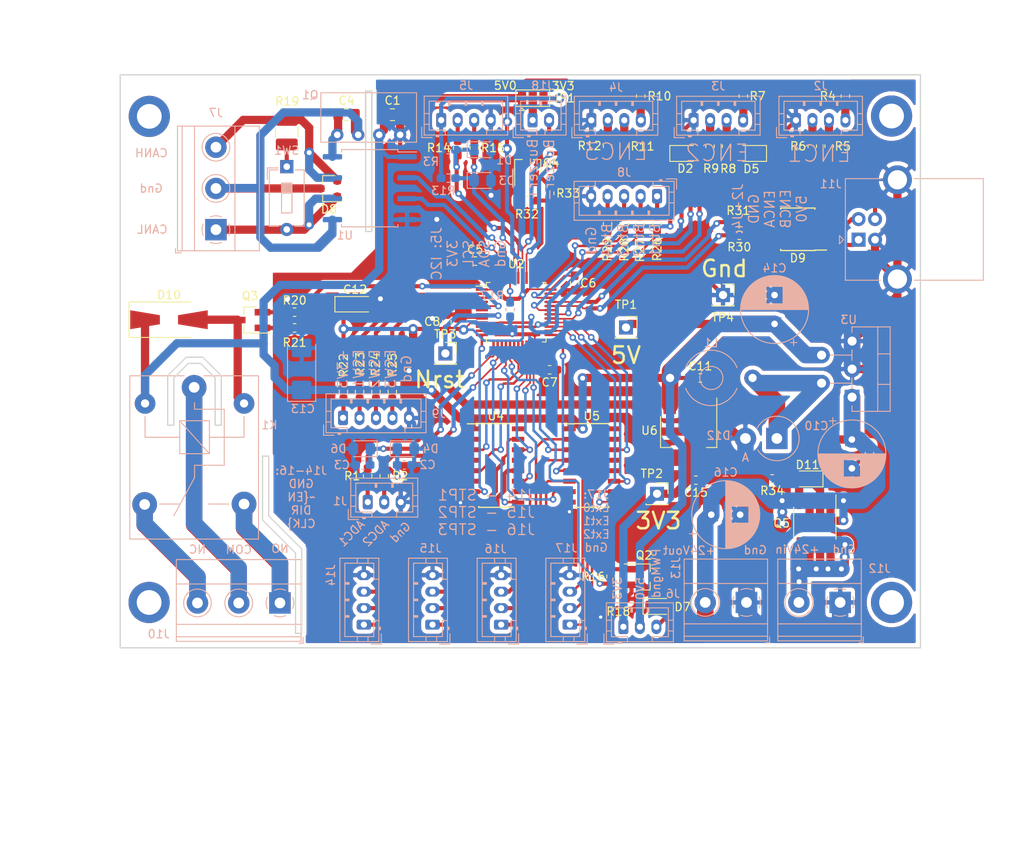
<source format=kicad_pcb>
(kicad_pcb (version 20211014) (generator pcbnew)
  (layers (0 "F.Cu" signal) (31 "B.Cu" signal) (34 "B.Paste" user) (35 "F.Paste" user) (36 "B.SilkS" user "B.Silkscreen") (37 "F.SilkS" user "F.Silkscreen") (38 "B.Mask" user) (39 "F.Mask" user) (44 "Edge.Cuts" user))
  (net 0 "")
  (net 1 "GND")
  (net 2 "+5V")
  (net 3 "+3V3")
  (net 4 "Earth")
  (net 5 "/ADC2")
  (net 6 "/ADC1")
  (net 7 "Net-(C10-Pad1)")
  (net 8 "/I2C1_SCL")
  (net 9 "/I2C1_SDA")
  (net 10 "/G1")
  (net 11 "Net-(J1-Pad2)")
  (net 12 "Net-(J2-Pad3)")
  (net 13 "Net-(J2-Pad2)")
  (net 14 "Net-(J3-Pad2)")
  (net 15 "Net-(J3-Pad3)")
  (net 16 "Net-(J4-Pad2)")
  (net 17 "Net-(J4-Pad3)")
  (net 18 "Net-(J5-Pad3)")
  (net 19 "Net-(J5-Pad2)")
  (net 20 "/BTN1")
  (net 21 "/BTN2")
  (net 22 "/BTN3")
  (net 23 "/BTN4")
  (net 24 "Net-(J10-Pad2)")
  (net 25 "/CANL")
  (net 26 "/CANH")
  (net 27 "Net-(J15-Pad1)")
  (net 28 "Net-(J15-Pad2)")
  (net 29 "/Relay")
  (net 30 "/PWM")
  (net 31 "/CLK1")
  (net 32 "/DIR1")
  (net 33 "/~{EN1}")
  (net 34 "/CLK2")
  (net 35 "/DIR2")
  (net 36 "/~{EN2}")
  (net 37 "/CAN_Rx")
  (net 38 "/CAN_Tx")
  (net 39 "/Ext0")
  (net 40 "/Ext1")
  (net 41 "/Ext2")
  (net 42 "/CLK3")
  (net 43 "/DIR3")
  (net 44 "/~{EN3}")
  (net 45 "Net-(C4-Pad1)")
  (net 46 "/Enc2b")
  (net 47 "/Enc2a")
  (net 48 "Net-(D9-Pad1)")
  (net 49 "Net-(D9-Pad2)")
  (net 50 "Net-(D9-Pad3)")
  (net 51 "Net-(D9-Pad6)")
  (net 52 "Net-(D9-Pad7)")
  (net 53 "Net-(D10-Pad2)")
  (net 54 "Net-(D11-Pad2)")
  (net 55 "Net-(D12-Pad1)")
  (net 56 "Net-(J1-Pad1)")
  (net 57 "Net-(J2-Pad4)")
  (net 58 "Net-(J3-Pad4)")
  (net 59 "Net-(J4-Pad4)")
  (net 60 "Net-(J8-Pad1)")
  (net 61 "Net-(J8-Pad2)")
  (net 62 "Net-(J8-Pad3)")
  (net 63 "Net-(J8-Pad4)")
  (net 64 "Net-(J9-Pad4)")
  (net 65 "Net-(J9-Pad3)")
  (net 66 "Net-(J9-Pad2)")
  (net 67 "Net-(J9-Pad1)")
  (net 68 "Net-(J10-Pad1)")
  (net 69 "Net-(J10-Pad3)")
  (net 70 "Net-(J12-Pad2)")
  (net 71 "Net-(J14-Pad1)")
  (net 72 "Net-(J14-Pad2)")
  (net 73 "Net-(J14-Pad3)")
  (net 74 "Net-(J15-Pad3)")
  (net 75 "Net-(J16-Pad3)")
  (net 76 "Net-(J16-Pad2)")
  (net 77 "Net-(J16-Pad1)")
  (net 78 "Net-(J17-Pad3)")
  (net 79 "Net-(J17-Pad2)")
  (net 80 "Net-(J17-Pad1)")
  (net 81 "/Enc1a")
  (net 82 "/Enc1b")
  (net 83 "/Enc3a")
  (net 84 "/Enc3b")
  (net 85 "Net-(Q2-Pad1)")
  (net 86 "Net-(R17-Pad1)")
  (net 87 "Net-(R19-Pad1)")
  (net 88 "Net-(Q3-Pad1)")
  (net 89 "/ESW1")
  (net 90 "/ESW2")
  (net 91 "/ESW3")
  (net 92 "Net-(R30-Pad2)")
  (net 93 "Net-(R31-Pad2)")
  (net 94 "Net-(Q4-Pad1)")
  (net 95 "/Buzzer")
  (net 96 "Net-(Q4-Pad2)")
  (net 97 "Net-(TP3-Pad1)")
  (net 98 "Net-(J18-Pad2)")
  (net 99 "Net-(J18-Pad1)")
  (footprint "Capacitor_SMD:C_0805_2012Metric_Pad1.15x1.40mm_HandSolder" (layer "F.Cu") (at 94.497 73.8378)
    (fp_text reference "C1")
    (fp_text value "1")
  )
  (footprint "Capacitor_SMD:C_0603_1608Metric_Pad1.05x0.95mm_HandSolder" (layer "F.Cu") (at 104.535 91.5924 180)
    (fp_text reference "C5")
    (fp_text value "0.1")
  )
  (footprint "Capacitor_SMD:C_0603_1608Metric_Pad1.05x0.95mm_HandSolder" (layer "F.Cu") (at 116.586 94.248 90)
    (fp_text reference "C6")
    (fp_text value "0.1")
  )
  (footprint "Capacitor_SMD:C_0603_1608Metric_Pad1.05x0.95mm_HandSolder" (layer "F.Cu") (at 113.552 104.775)
    (fp_text reference "C7")
    (fp_text value "0.1")
  )
  (footprint "Capacitor_SMD:C_0805_2012Metric_Pad1.15x1.40mm_HandSolder" (layer "F.Cu") (at 88.9344 73.8378)
    (fp_text reference "C4")
    (fp_text value "1")
  )
  (footprint "Capacitor_SMD:C_0603_1608Metric_Pad1.05x0.95mm_HandSolder" (layer "F.Cu") (at 101.092 98.947 -90)
    (fp_text reference "C8")
    (fp_text value "0.1")
  )
  (footprint "Capacitor_SMD:C_0603_1608Metric_Pad1.05x0.95mm_HandSolder" (layer "F.Cu") (at 152.3238 114.9718 -90)
    (fp_text reference "C9")
    (fp_text value "0.1")
  )
  (footprint "Capacitor_SMD:C_0603_1608Metric_Pad1.05x0.95mm_HandSolder" (layer "F.Cu") (at 131.8146 105.7656)
    (fp_text reference "C11")
    (fp_text value "0.1")
  )
  (footprint "Capacitor_Tantalum_SMD:CP_EIA-3216-18_Kemet-A_Pad1.58x1.35mm_HandSolder" (layer "F.Cu") (at 90.0073 96.8248)
    (fp_text reference "C12")
    (fp_text value "47u 6V")
  )
  (footprint "Capacitor_SMD:C_0603_1608Metric_Pad1.05x0.95mm_HandSolder" (layer "F.Cu") (at 131.2812 118.1608)
    (fp_text reference "C15")
    (fp_text value "0.1")
  )
  (footprint "Diode_SMD:D_SMA-SMB_Universal_Handsoldering" (layer "F.Cu") (at 67.4072 98.7044)
    (fp_text reference "D10")
    (fp_text value "SS14")
  )
  (footprint "Package_SO:SOIC-8_3.9x4.9mm_P1.27mm" (layer "F.Cu") (at 143.637 87.7316 180)
    (fp_text reference "D9")
    (fp_text value "USB6B1")
  )
  (footprint "Diode_SMD:D_0805_2012Metric_Pad1.15x1.40mm_HandSolder" (layer "F.Cu") (at 144.8218 118.0084 180)
    (fp_text reference "D11")
    (fp_text value "MM3Z7V5")
  )
  (footprint "Package_SO:SO-8_3.9x4.9mm_P1.27mm" (layer "F.Cu") (at 145.6944 123.3836 -90)
    (fp_text reference "Q5")
    (fp_text value "IRF9310")
  )
  (footprint "Resistor_SMD:R_0603_1608Metric_Pad1.05x0.95mm_HandSolder" (layer "F.Cu") (at 93.4974 117.6515 90)
    (fp_text reference "R2")
    (fp_text value "10k")
  )
  (footprint "Resistor_SMD:R_0603_1608Metric_Pad1.05x0.95mm_HandSolder" (layer "F.Cu") (at 102.4128 77.8624 -90)
    (fp_text reference "R14")
    (fp_text value "100")
  )
  (footprint "Resistor_SMD:R_0603_1608Metric_Pad1.05x0.95mm_HandSolder" (layer "F.Cu") (at 104.4194 77.8624 -90)
    (fp_text reference "R15")
    (fp_text value "100")
  )
  (footprint "Resistor_SMD:R_0603_1608Metric_Pad1.05x0.95mm_HandSolder" (layer "F.Cu") (at 82.6376 97.79)
    (fp_text reference "R20")
    (fp_text value "10k")
  )
  (footprint "Resistor_SMD:R_0603_1608Metric_Pad1.05x0.95mm_HandSolder" (layer "F.Cu") (at 82.6376 99.695)
    (fp_text reference "R21")
    (fp_text value "330")
  )
  (footprint "Resistor_SMD:R_0603_1608Metric_Pad1.05x0.95mm_HandSolder" (layer "F.Cu") (at 136.539 88.4682 180)
    (fp_text reference "R30")
    (fp_text value "22")
  )
  (footprint "Resistor_SMD:R_0603_1608Metric_Pad1.05x0.95mm_HandSolder" (layer "F.Cu") (at 136.539 86.868 180)
    (fp_text reference "R31")
    (fp_text value "22")
  )
  (footprint "Resistor_SMD:R_1210_3225Metric_Pad1.42x2.65mm_HandSolder" (layer "F.Cu") (at 81.6864 75.9571 90)
    (fp_text reference "R19")
    (fp_text value "120")
  )
  (footprint "Resistor_SMD:R_0603_1608Metric_Pad1.05x0.95mm_HandSolder" (layer "F.Cu") (at 91.4908 117.6515 90)
    (fp_text reference "R1")
    (fp_text value "10k")
  )
  (footprint "Resistor_SMD:R_0603_1608Metric_Pad1.05x0.95mm_HandSolder" (layer "F.Cu") (at 140.5242 118.0084 180)
    (fp_text reference "R34")
    (fp_text value "4k7")
  )
  (footprint "Resistor_SMD:R_0603_1608Metric_Pad1.05x0.95mm_HandSolder" (layer "F.Cu") (at 120.9929 129.8435 -90)
    (fp_text reference "R16")
    (fp_text value "330")
  )
  (footprint "Resistor_SMD:R_0603_1608Metric_Pad1.05x0.95mm_HandSolder" (layer "F.Cu") (at 121.8705 132.5499)
    (fp_text reference "R18")
    (fp_text value "10k")
  )
  (footprint "Connector_PinSocket_2.54mm:PinSocket_1x01_P2.54mm_Vertical" (layer "F.Cu") (at 122.809 99.6442)
    (fp_text reference "TP1")
    (fp_text value "5V")
  )
  (footprint "Package_SO:SOIC-16_3.9x9.9mm_P1.27mm" (layer "F.Cu") (at 107.028 116.3828)
    (fp_text reference "U4")
    (fp_text value "CD4050")
  )
  (footprint "Package_QFP:LQFP-48_7x7mm_P0.5mm" (layer "F.Cu") (at 109.5025 97.794)
    (fp_text reference "U2")
    (fp_text value "STM32F072C8Tx")
  )
  (footprint "Package_SO:SOIC-16_3.9x9.9mm_P1.27mm" (layer "F.Cu") (at 118.6612 116.3828)
    (fp_text reference "U5")
    (fp_text value "CD4050")
  )
  (footprint "Diode_SMD:D_0805_2012Metric_Pad1.15x1.40mm_HandSolder" (layer "F.Cu") (at 129.9808 78.5368)
    (fp_text reference "D2")
    (fp_text value "D")
  )
  (footprint "Resistor_SMD:R_0603_1608Metric_Pad1.05x0.95mm_HandSolder" (layer "F.Cu") (at 149.4028 71.5912 -90)
    (fp_text reference "R4")
    (fp_text value "22")
  )
  (footprint "Resistor_SMD:R_0603_1608Metric_Pad1.05x0.95mm_HandSolder" (layer "F.Cu") (at 147.4343 77.6592 90)
    (fp_text reference "R5")
    (fp_text value "100")
  )
  (footprint "Resistor_SMD:R_0603_1608Metric_Pad1.05x0.95mm_HandSolder" (layer "F.Cu") (at 145.3896 77.6592 90)
    (fp_text reference "R6")
    (fp_text value "100")
  )
  (footprint "Resistor_SMD:R_0603_1608Metric_Pad1.05x0.95mm_HandSolder" (layer "F.Cu") (at 137.033 71.5912 -90)
    (fp_text reference "R7")
    (fp_text value "22")
  )
  (footprint "Resistor_SMD:R_0603_1608Metric_Pad1.05x0.95mm_HandSolder" (layer "F.Cu") (at 135.001 77.6592 90)
    (fp_text reference "R8")
    (fp_text value "100")
  )
  (footprint "Resistor_SMD:R_0603_1608Metric_Pad1.05x0.95mm_HandSolder" (layer "F.Cu") (at 132.9944 77.6592 90)
    (fp_text reference "R9")
    (fp_text value "100")
  )
  (footprint "Resistor_SMD:R_0603_1608Metric_Pad1.05x0.95mm_HandSolder" (layer "F.Cu") (at 124.587 71.5912 -90)
    (fp_text reference "R10")
    (fp_text value "22")
  )
  (footprint "Resistor_SMD:R_0603_1608Metric_Pad1.05x0.95mm_HandSolder" (layer "F.Cu") (at 122.6058 77.6592 90)
    (fp_text reference "R11")
    (fp_text value "100")
  )
  (footprint "Resistor_SMD:R_0603_1608Metric_Pad1.05x0.95mm_HandSolder" (layer "F.Cu") (at 120.5738 77.6592 90)
    (fp_text reference "R12")
    (fp_text value "100")
  )
  (footprint "Resistor_SMD:R_0603_1608Metric_Pad1.05x0.95mm_HandSolder" (layer "F.Cu") (at 88.5585 107.4181 90)
    (fp_text reference "R22")
    (fp_text value "47")
  )
  (footprint "Resistor_SMD:R_0603_1608Metric_Pad1.05x0.95mm_HandSolder" (layer "F.Cu") (at 90.5143 107.4181 90)
    (fp_text reference "R23")
    (fp_text value "100")
  )
  (footprint "Resistor_SMD:R_0603_1608Metric_Pad1.05x0.95mm_HandSolder" (layer "F.Cu") (at 92.4955 107.4181 90)
    (fp_text reference "R24")
    (fp_text value "100")
  )
  (footprint "Resistor_SMD:R_0603_1608Metric_Pad1.05x0.95mm_HandSolder" (layer "F.Cu") (at 94.4767 107.4181 90)
    (fp_text reference "R25")
    (fp_text value "100")
  )
  (footprint "Resistor_SMD:R_0603_1608Metric_Pad1.05x0.95mm_HandSolder" (layer "F.Cu") (at 126.5682 87.0699 90)
    (fp_text reference "R26")
    (fp_text value "100")
  )
  (footprint "Resistor_SMD:R_0603_1608Metric_Pad1.05x0.95mm_HandSolder" (layer "F.Cu") (at 124.4981 87.0699 90)
    (fp_text reference "R27")
    (fp_text value "100")
  )
  (footprint "Resistor_SMD:R_0603_1608Metric_Pad1.05x0.95mm_HandSolder" (layer "F.Cu") (at 122.5931 87.0699 90)
    (fp_text reference "R28")
    (fp_text value "100")
  )
  (footprint "Resistor_SMD:R_0603_1608Metric_Pad1.05x0.95mm_HandSolder" (layer "F.Cu") (at 120.5738 87.0699 90)
    (fp_text reference "R29")
    (fp_text value "100")
  )
  (footprint "Resistor_SMD:R_0603_1608Metric_Pad1.05x0.95mm_HandSolder" (layer "F.Cu") (at 110.8316 84.2518)
    (fp_text reference "R32")
    (fp_text value "330")
  )
  (footprint "Resistor_SMD:R_0603_1608Metric_Pad1.05x0.95mm_HandSolder" (layer "F.Cu") (at 113.5634 83.3742 90)
    (fp_text reference "R33")
    (fp_text value "10k")
  )
  (footprint "Connector_PinSocket_2.54mm:PinSocket_1x01_P2.54mm_Vertical" (layer "F.Cu") (at 100.9142 102.7938)
    (fp_text reference "TP3")
    (fp_text value "NRST")
  )
  (footprint "my_footprints:Hole_3mm" (layer "F.Cu") (at 65.024 74.041)
    (fp_text reference "P1" hide)
    (fp_text value "Hole" hide)
  )
  (footprint "my_footprints:Hole_3mm" (layer "F.Cu") (at 155 133)
    (fp_text reference "P2" hide)
    (fp_text value "Hole" hide)
  )
  (footprint "my_footprints:Hole_3mm" (layer "F.Cu") (at 65 133)
    (fp_text reference "P6" hide)
    (fp_text value "Hole" hide)
  )
  (footprint "my_footprints:Hole_3mm" (layer "F.Cu") (at 155 74)
    (fp_text reference "P7" hide)
    (fp_text value "Hole" hide)
  )
  (footprint "Package_TO_SOT_SMD:SOT-23_Handsoldering" (layer "F.Cu") (at 124.9793 129.9083)
    (fp_text reference "Q2")
    (fp_text value "SI2300")
  )
  (footprint "Package_TO_SOT_SMD:SOT-23_Handsoldering" (layer "F.Cu") (at 77.24 98.745 180)
    (fp_text reference "Q3")
    (fp_text value "SI2300")
  )
  (footprint "Package_TO_SOT_SMD:SOT-23_Handsoldering" (layer "F.Cu") (at 110.8964 80.0368 90)
    (fp_text reference "Q4")
    (fp_text value "SI2300")
  )
  (footprint "Package_TO_SOT_SMD:SOT-223-3_TabPin2" (layer "F.Cu") (at 130.4036 112.293 -90)
    (fp_text reference "U6")
    (fp_text value "LM1117-3.3")
  )
  (footprint "Package_TO_SOT_SMD:SOT-23" (layer "F.Cu") (at 86.8012 82.804 180)
    (fp_text reference "D8")
    (fp_text value "PESD1CAN")
  )
  (footprint "Diode_SMD:D_0805_2012Metric_Pad1.15x1.40mm_HandSolder" (layer "F.Cu") (at 126.737 133.477)
    (fp_text reference "D7")
    (fp_text value "D")
  )
  (footprint "Jumper:SolderJumper-3_P1.3mm_Open_Pad1.0x1.5mm" (layer "F.Cu") (at 111.506 71.8312)
    (fp_text reference "JP1")
    (fp_text value "SolderJumper_3_Open")
  )
  (footprint "Connector_PinSocket_2.54mm:PinSocket_1x01_P2.54mm_Vertical" (layer "F.Cu") (at 126.5682 119.8118)
    (fp_text reference "TP2")
    (fp_text value "3.3V")
  )
  (footprint "Connector_PinSocket_2.54mm:PinSocket_1x01_P2.54mm_Vertical" (layer "F.Cu") (at 134.5692 95.7072)
    (fp_text reference "TP4")
    (fp_text value "Gnd")
  )
  (footprint "Diode_SMD:D_0805_2012Metric_Pad1.15x1.40mm_HandSolder" (layer "F.Cu") (at 137.9818 78.5368 180)
    (fp_text reference "D5")
    (fp_text value "D")
  )
  (footprint "Capacitor_SMD:C_0603_1608Metric_Pad1.05x0.95mm_HandSolder" (layer "B.Cu") (at 95.9498 116.3193)
    (fp_text reference "C2")
    (fp_text value "0.1")
  )
  (footprint "Capacitor_SMD:C_0603_1608Metric_Pad1.05x0.95mm_HandSolder" (layer "B.Cu") (at 90.9206 116.3193 180)
    (fp_text reference "C3")
    (fp_text value "0.1")
  )
  (footprint "Capacitor_Tantalum_SMD:CP_EIA-6032-28_Kemet-C_Pad2.25x2.35mm_HandSolder" (layer "B.Cu") (at 83.4898 104.6734 90)
    (fp_text reference "C13")
    (fp_text value "47u 10V")
  )
  (footprint "Diode_SMD:D_0805_2012Metric_Pad1.15x1.40mm_HandSolder" (layer "B.Cu") (at 105.419 78.0796)
    (fp_text reference "D1")
    (fp_text value "CESD3V3")
  )
  (footprint "Diode_SMD:D_0805_2012Metric_Pad1.15x1.40mm_HandSolder" (layer "B.Cu") (at 105.419 81.8134)
    (fp_text reference "D3")
    (fp_text value "CESD3V3")
  )
  (footprint "Diode_SMD:D_0805_2012Metric_Pad1.15x1.40mm_HandSolder" (layer "B.Cu") (at 96.1046 114.3508)
    (fp_text reference "D4")
    (fp_text value "CESD3V3")
  )
  (footprint "Diode_SMD:D_0805_2012Metric_Pad1.15x1.40mm_HandSolder" (layer "B.Cu") (at 90.7886 114.3508 180)
    (fp_text reference "D6")
    (fp_text value "CESD3V3")
  )
  (footprint "Diode_THT:D_DO-201_P3.81mm_Vertical_AnodeUp" (layer "B.Cu") (at 141.097 113.1062 180)
    (fp_text reference "D12")
    (fp_text value "1N5822")
  )
  (footprint "TerminalBlock_Phoenix:TerminalBlock_Phoenix_MKDS-1,5-3_1x03_P5.00mm_Horizontal" (layer "B.Cu") (at 80.8619 133.0577 180)
    (fp_text reference "J10")
    (fp_text value "Screw_Terminal_01x03")
  )
  (footprint "TerminalBlock_Phoenix:TerminalBlock_Phoenix_MKDS-1,5-3_1x03_P5.00mm_Horizontal" (layer "B.Cu") (at 73.1012 87.7824 90)
    (fp_text reference "J7")
    (fp_text value "Screw_Terminal_01x03")
  )
  (footprint "Relay_THT:Relay_SPDT_SANYOU_SRD_Series_Form_C" (layer "B.Cu") (at 70.4596 106.9086 -90)
    (fp_text reference "K1")
    (fp_text value "G5LE-1")
  )
  (footprint "Resistor_SMD:R_0603_1608Metric_Pad1.05x0.95mm_HandSolder" (layer "B.Cu") (at 108.7628 97.4712 -90)
    (fp_text reference "R17")
    (fp_text value "10k")
  )
  (footprint "Resistor_SMD:R_0603_1608Metric_Pad1.05x0.95mm_HandSolder" (layer "B.Cu") (at 101.2584 78.0796 180)
    (fp_text reference "R3")
    (fp_text value "4k7")
  )
  (footprint "Resistor_SMD:R_0603_1608Metric_Pad1.05x0.95mm_HandSolder" (layer "B.Cu") (at 101.2584 81.534 180)
    (fp_text reference "R13")
    (fp_text value "4k7")
  )
  (footprint "Button_Switch_THT:SW_DIP_SPSTx01_Slide_6.7x4.1mm_W7.62mm_P2.54mm_LowProfile" (layer "B.Cu") (at 81.6864 80.137 -90)
    (fp_text reference "SW1")
    (fp_text value "SW_DIP_x01")
  )
  (footprint "Package_SO:SOP-8_6.62x9.15mm_P2.54mm" (layer "B.Cu") (at 91.7448 82.7532 180)
    (fp_text reference "U1")
    (fp_text value "ISO1050DUB")
  )
  (footprint "Connector_JST:JST_PH_B3B-PH-K_1x03_P2.00mm_Vertical" (layer "B.Cu") (at 91.5035 120.8278)
    (fp_text reference "J1")
    (fp_text value "01x03")
  )
  (footprint "Connector_JST:JST_PH_B4B-PH-K_1x04_P2.00mm_Vertical" (layer "B.Cu") (at 143.4084 74.5109)
    (fp_text reference "J2")
    (fp_text value "Conn_01x04_Female")
  )
  (footprint "Connector_JST:JST_PH_B4B-PH-K_1x04_P2.00mm_Vertical" (layer "B.Cu") (at 131.00685 74.5109)
    (fp_text reference "J3")
    (fp_text value "Conn_01x04_Female")
  )
  (footprint "Connector_JST:JST_PH_B4B-PH-K_1x04_P2.00mm_Vertical" (layer "B.Cu") (at 118.6053 74.5109)
    (fp_text reference "J4")
    (fp_text value "Conn_01x04_Female")
  )
  (footprint "Connector_JST:JST_PH_B4B-PH-K_1x04_P2.00mm_Vertical" (layer "B.Cu") (at 100.4062 74.4982)
    (fp_text reference "J5")
    (fp_text value "Conn_01x04_Female")
  )
  (footprint "Connector_JST:JST_PH_B3B-PH-K_1x03_P2.00mm_Vertical" (layer "B.Cu") (at 122.4915 135.9535)
    (fp_text reference "J6")
    (fp_text value "01x03")
  )
  (footprint "Connector_JST:JST_PH_B5B-PH-K_1x05_P2.00mm_Vertical" (layer "B.Cu") (at 126.5809 83.7311 180)
    (fp_text reference "J8")
    (fp_text value "01x05")
  )
  (footprint "Connector_JST:JST_PH_B5B-PH-K_1x05_P2.00mm_Vertical" (layer "B.Cu") (at 88.5077 110.6071)
    (fp_text reference "J9")
    (fp_text value "01x05")
  )
  (footprint "Connector_JST:JST_PH_B4B-PH-K_1x04_P2.00mm_Vertical" (layer "B.Cu") (at 99.356333 135.6868 90)
    (fp_text reference "J15")
    (fp_text value "Conn_01x04_Female")
  )
  (footprint "Connector_JST:JST_PH_B4B-PH-K_1x04_P2.00mm_Vertical" (layer "B.Cu") (at 107.679066 135.6868 90)
    (fp_text reference "J16")
    (fp_text value "Conn_01x04_Female")
  )
  (footprint "Connector_JST:JST_PH_B4B-PH-K_1x04_P2.00mm_Vertical" (layer "B.Cu") (at 116.0018 135.6868 90)
    (fp_text reference "J17")
    (fp_text value "Conn_01x04_Female")
  )
  (footprint "Package_TO_SOT_THT:TO-220-5_P3.4x3.7mm_StaggerEven_Lead3.8mm_Vertical" (layer "B.Cu") (at 150.2156 108.0952 90)
    (fp_text reference "U3")
    (fp_text value "LM2576-5.0")
  )
  (footprint "Connector_USB:USB_B_OST_USB-B1HSxx_Horizontal" (layer "B.Cu") (at 151 89)
    (fp_text reference "J11")
    (fp_text value "USB_B")
  )
  (footprint "TerminalBlock_Phoenix:TerminalBlock_Phoenix_MKDS-1,5-2_1x02_P5.00mm_Horizontal" (layer "B.Cu") (at 137.414 132.9944 180)
    (fp_text reference "J13")
    (fp_text value "Screw_Terminal_01x02")
  )
  (footprint "my_footprints:B0x0xS" (layer "B.Cu") (at 91.6178 76.2762 180)
    (fp_text reference "Q1")
    (fp_text value "B0505S")
  )
  (footprint "Inductor_THT:L_Toroid_Horizontal_D6.5mm_P10.00mm_Diameter7-5mm_Amidon-T25" (layer "B.Cu") (at 128.1506 105.7656)
    (fp_text reference "L1")
    (fp_text value "100u")
  )
  (footprint "Connector_JST:JST_PH_B4B-PH-K_1x04_P2.00mm_Vertical" (layer "B.Cu") (at 91.0336 135.6868 90)
    (fp_text reference "J14")
    (fp_text value "Conn_01x04_Female")
  )
  (footprint "Connector_JST:JST_PH_B2B-PH-K_1x02_P2.00mm_Vertical" (layer "B.Cu") (at 111.4872 74.4982)
    (fp_text reference "J18")
    (fp_text value "buzzer")
  )
  (footprint "Capacitor_THT:CP_Radial_D8.0mm_P3.50mm" (layer "B.Cu") (at 133.1468 122.3518)
    (fp_text reference "C16")
    (fp_text value "100u 35V")
  )
  (footprint "Capacitor_THT:CP_Radial_D8.0mm_P3.50mm" (layer "B.Cu") (at 150.1902 113.2332 -90)
    (fp_text reference "C10")
    (fp_text value "100u 16V")
  )
  (footprint "Capacitor_THT:CP_Radial_D8.0mm_P3.50mm" (layer "B.Cu") (at 140.8176 99.2124 90)
    (fp_text reference "C14")
    (fp_text value "100u 16V")
  )
  (footprint "TerminalBlock_Phoenix:TerminalBlock_Phoenix_MKDS-1,5-2_1x02_P5.00mm_Horizontal" (layer "B.Cu") (at 148.7678 132.9944 180)
    (fp_text reference "J12")
    (fp_text value "Screw_Terminal_01x02")
  )
  (gr_line (start 61.5 69) (end 61.5 138.5) (layer "Edge.Cuts") (width 0.15))
  (gr_line (start 71.25 104) (end 69.75 104) (layer "Edge.Cuts") (width 0.15))
  (gr_line (start 73.75 111.5) (end 73 111.5) (layer "Edge.Cuts") (width 0.15))
  (gr_line (start 83.5 136.75) (end 82.75 136.75) (layer "Edge.Cuts") (width 0.15))
  (gr_line (start 92 71) (end 91.25 71) (layer "Edge.Cuts") (width 0.15))
  (gr_line (start 92 88) (end 92 71) (layer "Edge.Cuts") (width 0.15))
  (gr_line (start 67.25 105.5) (end 69.5 103.25) (layer "Edge.Cuts") (width 0.15))
  (gr_line (start 78.75 123) (end 78.75 115.25) (layer "Edge.Cuts") (width 0.15))
  (gr_line (start 69.5 103.25) (end 71.5 103.25) (layer "Edge.Cuts") (width 0.15))
  (gr_line (start 61.5 138.5) (end 158.5 138.5) (layer "Edge.Cuts") (width 0.15))
  (gr_line (start 73.75 105.5) (end 73.75 111.5) (layer "Edge.Cuts") (width 0.15))
  (gr_line (start 71.5 103.25) (end 73.75 105.5) (layer "Edge.Cuts") (width 0.15))
  (gr_line (start 91.25 88) (end 92 88) (layer "Edge.Cuts") (width 0.15))
  (gr_line (start 78.75 115.25) (end 79.5 115.25) (layer "Edge.Cuts") (width 0.15))
  (gr_line (start 158.5 69) (end 61.5 69) (layer "Edge.Cuts") (width 0.15))
  (gr_line (start 68 111.5) (end 67.25 111.5) (layer "Edge.Cuts") (width 0.15))
  (gr_line (start 67.25 111.5) (end 67.25 105.75) (layer "Edge.Cuts") (width 0.15))
  (gr_line (start 82.75 136.75) (end 82.75 127) (layer "Edge.Cuts") (width 0.15))
  (gr_line (start 82.75 127) (end 78.75 123) (layer "Edge.Cuts") (width 0.15))
  (gr_line (start 79.5 115.25) (end 79.5 122.5) (layer "Edge.Cuts") (width 0.15))
  (gr_line (start 73 105.75) (end 71.25 104) (layer "Edge.Cuts") (width 0.15))
  (gr_line (start 91.25 71) (end 91.25 88) (layer "Edge.Cuts") (width 0.15))
  (gr_line (start 67.25 105.75) (end 67.25 105.5) (layer "Edge.Cuts") (width 0.15))
  (gr_line (start 83.5 126.5) (end 83.5 136.75) (layer "Edge.Cuts") (width 0.15))
  (gr_line (start 73 111.5) (end 73 105.75) (layer "Edge.Cuts") (width 0.15))
  (gr_line (start 68 111.5) (end 68 105.75) (layer "Edge.Cuts") (width 0.15))
  (gr_line (start 68 105.75) (end 69.75 104) (layer "Edge.Cuts") (width 0.15))
  (gr_line (start 158.5 138.5) (end 158.5 69) (layer "Edge.Cuts") (width 0.15))
  (gr_line (start 79.5 122.5) (end 83.5 126.5) (layer "Edge.Cuts") (width 0.15))
  (gr_text "Gnd" (at 138.4808 126.6444) (layer "B.SilkS") (effects (font (size 1 1)) (justify mirror)))
  (gr_text "ENC2" (at 133.858 78.486) (layer "B.SilkS") (effects (font (size 2 2)) (justify mirror)))
  (gr_text "ENC3" (at 121.5898 78.3336) (layer "B.SilkS") (effects (font (size 2 2)) (justify mirror)))
  (gr_text "Buzzer-" (at 113.4872 80.518 90) (layer "B.SilkS") (effects (font (size 1.2 1.2)) (justify mirror)))
  (gr_text "J17:\nExt0\nExt1\nExt2\nGnd" (at 119.2022 123.1138) (layer "B.SilkS") (effects (font (size 1 1)) (justify mirror)))
  (gr_text "J5: I2C\n3V3\nSCL\nSDA\nGnd" (at 103.7082 90.678 90) (layer "B.SilkS") (effects (font (size 1.2 1.2)) (justify mirror)))
  (gr_text "CANL" (at 65.3796 87.757) (layer "B.SilkS") (effects (font (size 1 1)) (justify mirror)))
  (gr_text "+24Vout" (at 130.5052 126.6952) (layer "B.SilkS") (effects (font (size 1 1)) (justify mirror)))
  (gr_text "J14-16:\nGND\n~{EN\nDIR\nCLK}" (at 83.439 120.2182) (layer "B.SilkS") (effects (font (size 1 1)) (justify mirror)))
  (gr_text "NC" (at 70.866 126.5682) (layer "B.SilkS") (effects (font (size 1 1)) (justify mirror)))
  (gr_text "J2-J4:\nGND\nENCA\nENCB\n5V0" (at 140.2334 85.2678 90) (layer "B.SilkS") (effects (font (size 1.2 1.2)) (justify mirror)))
  (gr_text "Gnd" (at 65.2526 82.7786) (layer "B.SilkS") (effects (font (size 1 1)) (justify mirror)))
  (gr_text "NO" (at 80.8736 126.4666) (layer "B.SilkS") (effects (font (size 1 1)) (justify mirror)))
  (gr_text "COM" (at 75.8698 126.5936) (layer "B.SilkS") (effects (font (size 1 1)) (justify mirror)))
  (gr_text "CANH" (at 65.278 78.486) (layer "B.SilkS") (effects (font (size 1 1)) (justify mirror)))
  (gr_text "ENC1" (at 146.2278 78.5622) (layer "B.SilkS") (effects (font (size 2 2)) (justify mirror)))
  (gr_text "Gnd" (at 95.4532 124.4854 45) (layer "B.SilkS") (effects (font (size 1 1)) (justify mirror)))
  (gr_text "3V3" (at 121.7676 131.2926 90) (layer "B.SilkS") (effects (font (size 1 1)) (justify mirror)))
  (gr_text "ADC1" (at 89.535 124.6124 45) (layer "B.SilkS") (effects (font (size 1 1)) (justify mirror)))
  (gr_text "Gnd\nBtn4\nBtn3\nBtn2\nBtn1" (at 122.4534 89.0778 90) (layer "B.SilkS") (effects (font (size 1.2 1.2)) (justify mirror)))
  (gr_text "PWMgnd" (at 126.4666 129.4638 90) (layer "B.SilkS") (effects (font (size 1 1)) (justify mirror)))
  (gr_text "Buzzer+" (at 111.4806 80.4672 90) (layer "B.SilkS") (effects (font (size 1.2 1.2)) (justify mirror)))
  (gr_text "ADC2" (at 92.4814 124.6124 45) (layer "B.SilkS") (effects (font (size 1 1)) (justify mirror)))
  (gr_text "+24Vin" (at 143.5862 126.5682) (layer "B.SilkS") (effects (font (size 1 1)) (justify mirror)))
  (gr_text "+3V3\nESW1\nESW2\nESW3\nGnd" (at 92.329 104.6734 90) (layer "B.SilkS") (effects (font (size 1.2 1.2)) (justify mirror)))
  (gr_text "J14 - STP1\nJ15 - STP2\nJ16 - STP3" (at 111.887 122.0724) (layer "B.SilkS") (effects (font (size 1.3 1.3)) (justify left mirror)))
  (gr_text "Gnd" (at 149.2504 126.5682) (layer "B.SilkS") (effects (font (size 1 1)) (justify mirror)))
  (gr_text "5V0" (at 124.5362 131.318 90) (layer "B.SilkS") (effects (font (size 1 1)) (justify mirror)))
  (gr_text "Gnd" (at 134.7216 92.5068) (layer "F.SilkS") (effects (font (size 2 2) (thickness 0.3))))
  (gr_text "Nrst" (at 100.2284 105.9688) (layer "F.SilkS") (effects (font (size 2 2) (thickness 0.3))))
  (gr_text "3V3" (at 126.746 123.0884) (layer "F.SilkS") (effects (font (size 2 2) (thickness 0.3))))
  (gr_text "5V" (at 122.809 103.0224) (layer "F.SilkS") (effects (font (size 2 2) (thickness 0.3))))
  (gr_text "5V0" (at 108.1786 70.3072) (layer "F.SilkS") (effects (font (size 1 1))))
  (gr_text "3V3" (at 115.189 70.358) (layer "F.SilkS") (effects (font (size 1 1))))
  (segment (start 104.86941 98.49401) (end 102.91361 98.49401) (width 0.2) (layer "F.Cu") (net 1))
  (segment (start 146.7358 85.8266) (end 150.8324 81.73) (width 0.3) (layer "F.Cu") (net 1))
  (segment (start 102.4916 98.072) (end 101.092 98.072) (width 0.5) (layer "F.Cu") (net 1))
  (segment (start 150.2156 101.2952) (end 150.2156 98.8314) (width 2) (layer "F.Cu") (net 1))
  (segment (start 153.6918 104.6952) (end 150.2156 104.6952) (width 1) (layer "F.Cu") (net 1))
  (segment (start 154.9654 105.9688) (end 153.6918 104.6952) (width 1) (layer "F.Cu") (net 1))
  (segment (start 147.0966 95.7124) (end 140.8176 95.7124) (width 2) (layer "F.Cu") (net 1))
  (segment (start 115.9612 120.8278) (end 115.9612 121.986) (width 0.3) (layer "F.Cu") (net 1))
  (segment (start 155.71 93.77) (end 155.71 95.8008) (width 1) (layer "F.Cu") (net 1))
  (segment (start 128.9558 78.5368) (end 128.9558 76.56195) (width 0.5) (layer "F.Cu") (net 1))
  (segment (start 137.414 132.9944) (end 137.414 123.119) (width 2) (layer "F.Cu") (net 1))
  (segment (start 111.7525 101.9565) (end 111.7525 103.0045) (width 0.2) (layer "F.Cu") (net 1))
  (segment (start 112.677 104.775) (end 112.677 103.7616) (width 0.2) (layer "F.Cu") (net 1))
  (segment (start 153 89) (end 153 91.06) (width 1) (layer "F.Cu") (net 1))
  (segment (start 139.6492 119.3494) (end 136.6468 122.3518) (width 1) (layer "F.Cu") (net 1))
  (segment (start 150.2156 104.6952) (end 150.2156 101.2952) (width 2) (layer "F.Cu") (net 1))
  (segment (start 155.71 81.73) (end 155.71 93.77) (width 1) (layer "F.Cu") (net 1))
  (segment (start 111.7525 100.6781) (end 111.4806 100.4062) (width 0.2) (layer "F.Cu") (net 1))
  (segment (start 123.4793 130.8583) (end 123.4793 131.8161) (width 0.5) (layer "F.Cu") (net 1))
  (segment (start 151.4374 116.7332) (end 152.3238 115.8468) (width 0.5) (layer "F.Cu") (net 1))
  (segment (start 136.6668 113.1062) (end 132.7036 109.143) (width 1) (layer "F.Cu") (net 1))
  (segment (start 100.612 98.552) (end 101.092 98.072) (width 0.5) (layer "F.Cu") (net 1))
  (segment (start 96.5077 110.6071) (end 96.5077 104.8889) (width 0.5) (layer "F.Cu") (net 1))
  (segment (start 81.7576 97.795) (end 81.7626 97.79) (width 0.5) (layer "F.Cu") (net 1))
  (segment (start 122.7455 133.6675) (end 122.301 134.112) (width 0.3) (layer "F.Cu") (net 1))
  (segment (start 104.2416 89.1032) (end 105.41 90.2716) (width 0.5) (layer "F.Cu") (net 1))
  (segment (start 120.396 134.112) (end 119.7356 134.7724) (width 0.3) (layer "F.Cu") (net 1))
  (segment (start 140.937 85.8266) (end 146.337 85.8266) (width 0.3) (layer "F.Cu") (net 1))
  (segment (start 106.5784 91.5924) (end 105.41 91.5924) (width 0.2) (layer "F.Cu") (net 1))
  (segment (start 102.91361 98.49401) (end 102.4916 98.072) (width 0.5) (layer "F.Cu") (net 1))
  (segment (start 154.9654 116.8654) (end 154.9654 105.9688) (width 1) (layer "F.Cu") (net 1))
  (segment (start 151.3078 117.8508) (end 153.98 117.8508) (width 1) (layer "F.Cu") (net 1))
  (segment (start 153.98 117.8508) (end 154.9654 116.8654) (width 1) (layer "F.Cu") (net 1))
  (segment (start 99.8728 86.5378) (end 102.4382 89.1032) (width 0.5) (layer "F.Cu") (net 1))
  (segment (start 104.328 120.8278) (end 102.8192 120.8278) (width 0.3) (layer "F.Cu") (net 1))
  (segment (start 107.2525 92.2665) (end 106.5784 91.5924) (width 0.2) (layer "F.Cu") (net 1))
  (segment (start 122.7455 132.5499) (end 122.7455 133.6675) (width 0.3) (layer "F.Cu") (net 1))
  (segment (start 95.4278 73.932) (end 95.522 73.8378) (width 1) (layer "F.Cu") (net 1))
  (segment (start 132.0038 93.1418) (end 134.5692 95.7072) (width 0.5) (layer "F.Cu") (net 1))
  (segment (start 91.4448 96.8248) (end 92.3798 96.8248) (width 0.3) (layer "F.Cu") (net 1))
  (segment (start 122.301 134.112) (end 120.396 134.112) (width 0.3) (layer "F.Cu") (net 1))
  (segment (start 111.7525 101.9565) (end 111.7525 100.6781) (width 0.2) (layer "F.Cu") (net 1))
  (segment (start 105.41 90.2716) (end 105.41 91.5924) (width 0.5) (layer "F.Cu") (net 1))
  (segment (start 111.7525 103.0045) (end 112.0573 103.3093) (width 0.2) (layer "F.Cu") (net 1))
  (segment (start 104.9194 98.544) (end 104.86941 98.49401) (width 0.2) (layer "F.Cu") (net 1))
  (segment (start 99.3394 98.552) (end 100.612 98.552) (width 0.5) (layer "F.Cu") (net 1))
  (segment (start 132.1562 118.1608) (end 139.4968 118.1608) (width 1) (layer "F.Cu") (net 1))
  (segment (start 104.2416 85.8266) (end 104.2416 89.1032) (width 0.5) (layer "F.Cu") (net 1))
  (segment (start 150.2156 98.8314) (end 147.0966 95.7124) (width 2) (layer "F.Cu") (net 1))
  (segment (start 106.4514 83.6168) (end 104.2416 85.8266) (width 0.5) (layer "F.Cu") (net 1))
  (segment (start 102.8192 120.8278) (end 102.743 120.904) (width 0.3) (layer "F.Cu") (net 1))
  (segment (start 107.2525 93.6315) (end 107.2525 92.2665) (width 0.2) (layer "F.Cu") (net 1))
  (segment (start 139.0068 78.5368) (end 139.3825 78.5368) (width 0.5) (layer "F.Cu") (net 1))
  (segment (start 102.4382 89.1032) (end 104.2416 89.1032) (width 0.5) (layer "F.Cu") (net 1))
  (segment (start 128.9558 76.56195) (end 131.00685 74.5109) (width 0.5) (layer "F.Cu") (net 1))
  (segment (start 111.4806 100.4062) (end 109.0168 100.4062) (width 0.2) (layer "F.Cu") (net 1))
  (segment (start 112.677 103.7616) (end 112.2247 103.3093) (width 0.2) (layer "F.Cu") (net 1))
  (segment (start 132.6896 105.7656) (end 132.6896 109.129) (width 0.5) (layer "F.Cu") (net 1))
  (segment (start 155.71 95.8008) (end 150.2156 101.2952) (width 1) (layer "F.Cu") (net 1))
  (segment (start 115.9612 121.986) (end 115.951 121.9962) (width 0.3) (layer "F.Cu") (net 1))
  (segment (start 150.1902 116.7332) (end 151.3078 117.8508) (width 1) (layer "F.Cu") (net 1))
  (segment (start 116.586 95.123) (end 118.5672 93.1418) (width 0.5) (layer "F.Cu") (net 1))
  (segment (start 132.6896 109.129) (end 132.7036 109.143) (width 0.5) (layer "F.Cu") (net 1))
  (segment (start 123.4793 131.8161) (end 122.7455 132.5499) (width 0.5) (layer "F.Cu") (net 1))
  (segment (start 78.74 97.795) (end 81.7576 97.795) (width 0.5) (layer "F.Cu") (net 1))
  (segment (start 95.4278 82.0928) (end 99.8728 86.5378) (width 0.5) (layer "F.Cu") (net 1))
  (segment (start 137.414 123.119) (end 136.6468 122.3518) (width 2) (layer "F.Cu") (net 1))
  (segment (start 150.1902 116.7332) (end 151.4374 116.7332) (width 0.5) (layer "F.Cu") (net 1))
  (segment (start 81.7626 96.2406) (end 81.7626 97.79) (width 0.2) (layer "F.Cu") (net 1))
  (segment (start 153 91.06) (end 155.71 93.77) (width 1) (layer "F.Cu") (net 1))
  (segment (start 105.34 98.544) (end 104.9194 98.544) (width 0.2) (layer "F.Cu") (net 1))
  (segment (start 116.165 95.544) (end 116.586 95.123) (width 0.2) (layer "F.Cu") (net 1))
  (segment (start 112.2247 103.3093) (end 112.0573 103.3093) (width 0.2) (layer "F.Cu") (net 1))
  (segment (start 137.287 113.1062) (end 137.287 115.6462) (width 1) (layer "F.Cu") (net 1))
  (segment (start 95.4278 76.2762) (end 95.4278 82.0928) (width 0.5) (layer "F.Cu") (net 1))
  (segment (start 92.3798 96.8248) (end 93.0402 96.1644) (width 0.5) (layer "F.Cu") (net 1))
  (segment (start 139.4968 118.1608) (end 139.6492 118.0084) (width 1) (layer "F.Cu") (net 1))
  (segment (start 118.5672 93.1418) (end 132.0038 93.1418) (width 0.5) (layer "F.Cu") (net 1))
  (segment (start 150.8324 81.73) (end 155.71 81.73) (width 0.3) (layer "F.Cu") (net 1))
  (segment (start 113.665 95.544) (end 116.165 95.544) (width 0.2) (layer "F.Cu") (net 1))
  (segment (start 137.287 113.1062) (end 136.6668 113.1062) (width 1) (layer "F.Cu") (net 1))
  (segment (start 146.337 85.8266) (end 146.7358 85.8266) (width 0.3) (layer "F.Cu") (net 1))
  (segment (start 139.6492 118.0084) (end 139.6492 119.3494) (width 1) (layer "F.Cu") (net 1))
  (segment (start 137.287 115.6462) (end 139.6492 118.0084) (width 1) (layer "F.Cu") (net 1))
  (segment (start 139.3825 78.5368) (end 143.4084 74.5109) (width 0.5) (layer "F.Cu") (net 1))
  (segment (start 95.4278 76.2762) (end 95.4278 73.932) (width 1) (layer "F.Cu") (net 1))
  (via (at 109.0168 100.4062) (size 0.8) (drill 0.4) (layers "F.Cu" "B.Cu") (net 1))
  (via (at 106.4514 83.6168) (size 1.2) (drill 0.6) (layers "F.Cu" "B.Cu") (net 1))
  (via (at 99.3394 98.552) (size 1.2) (drill 0.6) (layers "F.Cu" "B.Cu") (net 1))
  (via (at 99.8728 86.5378) (size 1.2) (drill 0.6) (layers "F.Cu" "B.Cu") (net 1))
  (via (at 96.5077 104.8889) (size 1.2) (drill 0.6) (layers "F.Cu" "B.Cu") (net 1))
  (via (at 115.951 121.9962) (size 0.8) (drill 0.4) (layers "F.Cu" "B.Cu") (net 1))
  (via (at 102.743 120.904) (size 0.8) (drill 0.4) (layers "F.Cu" "B.Cu") (net 1))
  (via (at 93.0402 96.1644) (size 1.2) (drill 0.6) (layers "F.Cu" "B.Cu") (net 1))
  (via (at 81.7626 96.2406) (size 1.2) (drill 0.6) (layers "F.Cu" "B.Cu") (net 1))
  (via (at 119.7356 134.7724) (size 0.8) (drill 0.4) (layers "F.Cu" "B.Cu") (net 1))
  (segment (start 81.7626 96.2406) (end 92.964 96.2406) (width 0.2) (layer "B.Cu") (net 1))
  (segment (start 91.5285 104.8889) (end 96.5077 104.8889) (width 0.3) (layer "B.Cu") (net 1))
  (segment (start 97.1296 116.0145) (end 96.8248 116.3193) (width 0.5) (layer "B.Cu") (net 1))
  (segment (start 92.964 96.2406) (end 93.0402 96.1644) (width 0.2) (layer "B.Cu") (net 1))
  (segment (start 119.2784 72.4662) (end 118.6053 73.1393) (width 0.5) (layer "B.Cu") (net 1))
  (segment (start 93.0402 94.9452) (end 93.1545 94.8309) (width 0.3) (layer "B.Cu") (net 1))
  (segment (start 97.1296 114.3508) (end 97.1296 116.0145) (width 0.5) (layer "B.Cu") (net 1))
  (segment (start 97.1296 114.3508) (end 97.1296 111.229) (width 0.5) (layer "B.Cu") (net 1))
  (segment (start 147.2236 95.7124) (end 140.8176 95.7124) (width 2) (layer "B.Cu") (net 1))
  (segment (start 96.8248 119.5065) (end 95.5035 120.8278) (width 0.5) (layer "B.Cu") (net 1))
  (segment (start 106.4062 76.1802) (end 116.936 76.1802) (width 0.5) (layer "B.Cu") (net 1))
  (segment (start 137.414 123.119) (end 136.6468 122.3518) (width 2) (layer "B.Cu") (net 1))
  (segment (start 106.4062 74.4982) (end 106.4062 76.1802) (width 0.5) (layer "B.Cu") (net 1))
  (segment (start 147.4652 81.73) (end 155.71 81.73) (width 0.3) (layer "B.Cu") (net 1))
  (segment (start 103.0478 104.5464) (end 102.7053 104.8889) (width 0.3) (layer "B.Cu") (net 1))
  (segment (start 83.4898 102.1234) (end 83.4898 100.711) (width 0.3) (layer "B.Cu") (net 1))
  (segment (start 95.2952 129.6868) (end 99.356333 129.6868) (width 0.3) (layer "B.Cu") (net 1))
  (segment (start 134.5744 95.7124) (end 134.5692 95.7072) (width 0.5) (layer "B.Cu") (net 1))
  (segment (start 95.5035 129.4785) (end 95.2952 129.6868) (width 0.3) (layer "B.Cu") (net 1))
  (segment (start 99.8474 86.5632) (end 99.8728 86.5378) (width 0.5) (layer "B.Cu") (net 1))
  (segment (start 96.2698 86.5632) (end 99.8474 86.5632) (width 0.5) (layer "B.Cu") (net 1))
  (segment (start 95.5035 120.8278) (end 102.6668 120.8278) (width 0.3) (layer "B.Cu") (net 1))
  (segment (start 96.5077 104.8889) (end 96.5077 103.3649) (width 0.5) (layer "B.Cu") (net 1))
  (segment (start 131.00685 74.5109) (end 131.00685 73.48855) (width 0.5) (layer "B.Cu") (net 1))
  (segment (start 104.6734 98.9076) (end 102.733998 98.9076) (width 0.3) (layer "B.Cu") (net 1))
  (segment (start 93.1545 94.8309) (end 96.2698 91.7156) (width 0.3) (layer "B.Cu") (net 1))
  (segment (start 137.414 134.3152) (end 139.7 136.6012) (width 2) (layer "B.Cu") (net 1))
  (segment (start 116.0018 129.6868) (end 113.2388 129.6868) (width 0.3) (layer "B.Cu") (net 1))
  (segment (start 118.3894 137.2616) (end 114.2238 137.2616) (width 0.3) (layer "B.Cu") (net 1))
  (segment (start 96.8248 118.618) (end 96.8248 119.5065) (width 0.5) (layer "B.Cu") (net 1))
  (segment (start 99.3394 100.33) (end 99.3394 98.552) (width 0.5) (layer "B.Cu") (net 1))
  (segment (start 91.0336 129.6868) (end 95.2952 129.6868) (width 0.3) (layer "B.Cu") (net 1))
  (segment (start 90.2462 122.8344) (end 94.6912 122.8344) (width 0.5) (layer "B.Cu") (net 1))
  (segment (start 96.5077 103.1617) (end 99.3394 100.33) (width 0.5) (layer "B.Cu") (net 1))
  (segment (start 102.733998 98.9076) (end 102.0572 99.584398) (width 0.3) (layer "B.Cu") (net 1))
  (segment (start 132.0292 72.4662) (end 141.3637 72.4662) (width 0.5) (layer "B.Cu") (net 1))
  (segment (start 81.7626 96.2406) (end 82.8802 96.2406) (width 0.2) (layer "B.Cu") (net 1))
  (segment (start 95.5035 120.8278) (end 95.5035 129.4785) (width 0.3) (layer "B.Cu") (net 1))
  (segment (start 113.2388 136.2766) (end 113.2388 129.6868) (width 0.3) (layer "B.Cu") (net 1))
  (segment (start 137.287 115.9256) (end 137.287 113.1062) (width 2) (layer "B.Cu") (net 1))
  (segment (start 106.172 100.4062) (end 104.6734 98.9076) (width 0.3) (layer "B.Cu") (net 1))
  (segment (start 147.6502 136.6012) (end 148.7678 135.4836) (width 2) (layer "B.Cu") (net 1))
  (segment (start 109.0168 100.4062) (end 106.172 100.4062) (width 0.3) (layer "B.Cu") (net 1))
  (segment (start 85.4202 98.7806) (end 91.5285 104.8889) (width 0.3) (layer "B.Cu") (net 1))
  (segment (start 96.2698 91.7156) (end 96.2698 86.5632) (width 0.3) (layer "B.Cu") (net 1))
  (segment (start 143.4084 74.5109) (end 143.4084 77.6732) (width 0.3) (layer "B.Cu") (net 1))
  (segment (start 137.6934 116.332) (end 137.287 115.9256) (width 2) (layer "B.Cu") (net 1))
  (segment (start 83.4898 100.711) (end 85.4202 98.7806) (width 0.3) (layer "B.Cu") (net 1))
  (segment (start 150.2156 104.6952) (end 150.2156 101.2952) (width 2) (layer "B.Cu") (net 1))
  (segment (start 103.8352 121.9962) (end 115.951 121.9962) (width 0.3) (layer "B.Cu") (net 1))
  (segment (start 106.444 83.6094) (end 106.4514 83.6168) (width 0.5) (layer "B.Cu") (net 1))
  (segment (start 102.0572 99.584398) (end 102.0572 101.0666) (width 0.3) (layer "B.Cu") (net 1))
  (segment (start 118.6053 83.7067) (end 118.5809 83.7311) (width 0.5) (layer "B.Cu") (net 1))
  (segment (start 90.0456 116.3193) (end 90.0456 122.6338) (width 0.5) (layer "B.Cu") (net 1))
  (segment (start 150.1902 116.7332) (end 140.152 116.7332) (width 2) (layer "B.Cu") (net 1))
  (segment (start 89.7636 114.3508) (end 89.7636 116.0373) (width 0.5) (layer "B.Cu") (net 1))
  (segment (start 140.8176 95.7124) (end 134.5744 95.7124) (width 0.5) (layer "B.Cu") (net 1))
  (segment (start 89.7636 116.0373) (end 90.0456 116.3193) (width 0.5) (layer "B.Cu") (net 1))
  (segment (start 132.0292 72.4662) (end 119.2784 72.4662) (width 0.5) (layer "B.Cu") (net 1))
  (segment (start 113.2388 129.6868) (end 107.679066 129.6868) (width 0.3) (layer "B.Cu") (net 1))
  (segment (start 150.2156 101.2952) (end 150.2156 98.7044) (width 2) (layer "B.Cu") (net 1))
  (segment (start 131.00685 73.48855) (end 132.0292 72.4662) (width 0.5) (layer "B.Cu") (net 1))
  (segment (start 95.5035 122.0221) (end 95.5035 120.8278) (width 0.5) (layer "B.Cu") (net 1))
  (segment (start 99.356333 129.6868) (end 107.679066 129.6868) (width 0.3) (layer "B.Cu") (net 1))
  (segment (start 116.936 76.1802) (end 118.6053 74.5109) (width 0.5) (layer "B.Cu") (net 1))
  (segment (start 106.4062 78.0418) (end 106.444 78.0796) (width 0.5) (layer "B.Cu") (net 1))
  (segment (start 96.5077 103.3649) (end 96.5077 103.1617) (width 0.5) (layer "B.Cu") (net 1))
  (segment (start 102.7053 104.8889) (end 96.5077 104.8889) (width 0.3) (layer "B.Cu") (net 1))
  (segment (start 106.4062 76.1802) (end 106.4062 78.0418) (width 0.5) (layer "B.Cu") (net 1))
  (segment (start 94.6912 122.8344) (end 95.5035 122.0221) (width 0.5) (layer "B.Cu") (net 1))
  (segment (start 119.7356 134.7724) (end 119.7356 135.9154) (width 0.3) (layer "B.Cu") (net 1))
  (segment (start 102.6668 120.8278) (end 102.743 120.904) (width 0.3) (layer "B.Cu") (net 1))
  (segment (start 139.7508 116.332) (end 137.6934 116.332) (width 2) (layer "B.Cu") (net 1))
  (segment (start 108.7628 100.1522) (end 109.0168 100.4062) (width 0.3) (layer "B.Cu") (net 1))
  (segment (start 102.0572 101.0666) (end 103.0478 102.0572) (width 0.3) (layer "B.Cu") (net 1))
  (segment (start 141.3637 72.4662) (end 143.4084 74.5109) (width 0.5) (layer "B.Cu") (net 1))
  (segment (start 143.4084 77.6732) (end 147.4652 81.73) (width 0.3) (layer "B.Cu") (net 1))
  (segment (start 140.152 116.7332) (end 139.7508 116.332) (width 2) (layer "B.Cu") (net 1))
  (segment (start 118.6053 73.1393) (end 118.6053 74.5109) (width 0.5) (layer "B.Cu") (net 1))
  (segment (start 106.444 78.0796) (end 106.444 81.8134) (width 0.5) (layer "B.Cu") (net 1))
  (segment (start 82.8802 96.2406) (end 85.4202 98.7806) (width 0.2) (layer "B.Cu") (net 1))
  (segment (start 139.7 136.6012) (end 147.6502 136.6012) (width 2) (layer "B.Cu") (net 1))
  (segment (start 106.444 81.8134) (end 106.444 83.6094) (width 0.5) (layer "B.Cu") (net 1))
  (segment (start 114.2238 137.2616) (end 113.2388 136.2766) (width 0.3) (layer "B.Cu") (net 1))
  (segment (start 108.7628 98.3462) (end 108.7628 100.1522) (width 0.3) (layer "B.Cu") (net 1))
  (segment (start 150.2156 98.7044) (end 147.2236 95.7124) (width 2) (layer "B.Cu") (net 1))
  (segment (start 93.0402 96.1644) (end 93.0402 94.9452) (width 0.5) (layer "B.Cu") (net 1))
  (segment (start 137.414 132.9944) (end 137.414 134.3152) (width 2) (layer "B.Cu") (net 1))
  (segment (start 148.7678 135.4836) (end 148.7678 132.9944) (width 2) (layer "B.Cu") (net 1))
  (segment (start 119.7356 135.9154) (end 118.3894 137.2616) (width 0.3) (layer "B.Cu") (net 1))
  (segment (start 97.1296 111.229) (end 96.5077 110.6071) (width 0.5) (layer "B.Cu") (net 1))
  (segment (start 102.743 120.904) (end 103.8352 121.9962) (width 0.3) (layer "B.Cu") (net 1))
  (segment (start 137.414 132.9944) (end 137.414 123.119) (width 2) (layer "B.Cu") (net 1))
  (segment (start 90.0456 122.6338) (end 90.2462 122.8344) (width 0.5) (layer "B.Cu") (net 1))
  (segment (start 118.6053 74.5109) (end 118.6053 83.7067) (width 0.5) (layer "B.Cu") (net 1))
  (segment (start 96.8248 116.3193) (end 96.8248 118.618) (width 0.5) (layer "B.Cu") (net 1))
  (segment (start 103.0478 102.0572) (end 103.0478 104.5464) (width 0.3) (layer "B.Cu") (net 1))
  (segment (start 146.5156 102.9952) (end 144.6004 102.9952) (width 2) (layer "F.Cu") (net 2))
  (segment (start 115.9612 110.8304) (end 115.824 110.6932) (width 0.5) (layer "F.Cu") (net 2))
  (segment (start 113.3602 110.6932) (end 115.824 110.6932) (width 1) (layer "F.Cu") (net 2))
  (segment (start 149.4028 70.7162) (end 137.033 70.7162) (width 1) (layer "F.Cu") (net 2))
  (segment (start 93.472 73.8378) (end 93.472 75.692) (width 1) (layer "F.Cu") (net 2))
  (segment (start 110.206 71.8312) (end 93.8022 71.8312) (width 1) (layer "F.Cu") (net 2))
  (segment (start 133.8834 99.2124) (end 128.1506 104.9452) (width 2) (layer "F.Cu") (net 2))
  (segment (start 99.2124 107.2388) (end 102.6668 110.6932) (width 1) (layer "F.Cu") (net 2))
  (segment (start 123.2408 99.2124) (end 122.809 99.6442) (width 1) (layer "F.Cu") (net 2))
  (segment (start 64.5072 108.8562) (end 64.5096 108.8586) (width 0.5) (layer "F.Cu") (net 2))
  (segment (start 93.472 75.692) (end 92.8878 76.2762) (width 1) (layer "F.Cu") (net 2))
  (segment (start 144.6004 102.9952) (end 140.8176 99.2124) (width 2) (layer "F.Cu") (net 2))
  (segment (start 128.1506 105.7656) (end 117.5258 105.7656) (width 1) (layer "F.Cu") (net 2))
  (segment (start 110.7694 69.9516) (end 115.4938 69.9516) (width 1) (layer "F.Cu") (net 2))
  (segment (start 137.033 70.7162) (end 124.587 70.7162) (width 1) (layer "F.Cu") (net 2))
  (segment (start 115.4938 69.9516) (end 116.2584 70.7162) (width 1) (layer "F.Cu") (net 2))
  (segment (start 115.824 110.6932) (end 116.332 110.6932) (width 1) (layer "F.Cu") (net 2))
  (segment (start 140.8176 99.2124) (end 133.8834 99.2124) (width 2) (layer "F.Cu") (net 2))
  (segment (start 64.5072 101.558) (end 64.5072 108.8562) (width 1) (layer "F.Cu") (net 2))
  (segment (start 115.9612 111.9378) (end 115.9612 110.8304) (width 0.5) (layer "F.Cu") (net 2))
  (segment (start 104.4194 110.6932) (end 108.5342 110.6932) (width 1) (layer "F.Cu") (net 2))
  (segment (start 64.5072 98.7044) (end 64.5072 101.558) (width 1) (layer "F.Cu") (net 2))
  (segment (start 128.1506 104.9452) (end 128.1506 105.7656) (width 2) (layer "F.Cu") (net 2))
  (segment (start 124.4915 135.9535) (end 124.4915 134.6975) (width 0.5) (layer "F.Cu") (net 2))
  (segment (start 124.4915 134.6975) (end 125.712 133.477) (width 0.5) (layer "F.Cu") (net 2))
  (segment (start 102.6668 110.6932) (end 104.4194 110.6932) (width 1) (layer "F.Cu") (net 2))
  (segment (start 93.8022 71.8312) (end 93.472 72.1614) (width 1) (layer "F.Cu") (net 2))
  (segment (start 110.206 70.515) (end 110.7694 69.9516) (width 0.5) (layer "F.Cu") (net 2))
  (segment (start 128.1506 105.7656) (end 128.1506 109.096) (width 2) (layer "F.Cu") (net 2))
  (segment (start 110.206 71.8312) (end 110.206 70.515) (width 0.5) (layer "F.Cu") (net 2))
  (segment (start 93.472 72.1614) (end 93.472 73.8378) (width 1) (layer "F.Cu") (net 2))
  (segment (start 117.5258 105.7656) (end 117.5512 105.791) (width 1) (layer "F.Cu") (net 2))
  (segment (start 104.328 111.9378) (end 104.328 110.7846) (width 0.5) (layer "F.Cu") (net 2))
  (segment (start 108.5342 110.6932) (end 113.3602 110.6932) (width 1) (layer "F.Cu") (net 2))
  (segment (start 124.587 70.7162) (end 116.2584 70.7162) (width 1) (layer "F.Cu") (net 2))
  (segment (start 128.1506 109.096) (end 128.1036 109.143) (width 1) (layer "F.Cu") (net 2))
  (segment (start 116.332 110.6932) (end 117.5766 111.9378) (width 1) (layer "F.Cu") (net 2))
  (segment (start 130.9396 105.7656) (end 128.1506 105.7656) (width 0.5) (layer "F.Cu") (net 2))
  (segment (start 140.8176 99.2124) (end 123.2408 99.2124) (width 1) (layer "F.Cu") (net 2))
  (segment (start 104.328 110.7846) (end 104.4194 110.6932) (width 0.5) (layer "F.Cu") (net 2))
  (via (at 117.5512 105.791) (size 1.2) (drill 0.6) (layers "F.Cu" "B.Cu") (net 2))
  (via (at 117.5766 111.9378) (size 1.2) (drill 0.6) (layers "F.Cu" "B.Cu") (net 2))
  (via (at 99.2124 107.2388) (size 1.2) (drill 0.6) (layers "F.Cu" "B.Cu") (net 2))
  (segment (start 124.4915 135.9535) (end 124.4915 126.0541) (width 1) (layer "B.Cu") (net 2))
  (segment (start 117.5512 111.9124) (end 117.5766 111.9378) (width 1) (layer "B.Cu") (net 2))
  (segment (start 129.6416 120.904) (end 129.6416 114.0714) (width 1) (layer "B.Cu") (net 2))
  (segment (start 78.9813 103.0605) (end 80.2132 104.2924) (width 1) (layer "B.Cu") (net 2))
  (segment (start 80.2132 105.7148) (end 81.7218 107.2234) (width 1) (layer "B.Cu") (net 2))
  (segment (start 99.197 107.2234) (end 99.2124 107.2388) (width 1) (layer "B.Cu") (net 2))
  (segment (start 124.4915 126.0541) (end 129.6416 120.904) (width 1) (layer "B.Cu") (net 2))
  (segment (start 76.1072 101.558) (end 76.1238 101.5746) (width 1) (layer "B.Cu") (net 2))
  (segment (start 133.9596 99.2124) (end 128.4478 104.7242) (width 2) (layer "B.Cu") (net 2))
  (segment (start 80.8736 94.488) (end 91.0082 94.488) (width 1) (layer "B.Cu") (net 2))
  (segment (start 78.8797 102.9589) (end 78.9813 103.0605) (width 1) (layer "B.Cu") (net 2))
  (segment (start 128.4478 104.7242) (end 128.4478 105.4684) (width 2) (layer "B.Cu") (net 2))
  (segment (start 140.8176 99.2124) (end 133.9596 99.2124) (width 2) (layer "B.Cu") (net 2))
  (segment (start 68.3758 101.558) (end 76.1072 101.558) (width 1) (layer "B.Cu") (net 2))
  (segment (start 92.8878 77.9018) (end 93.9292 78.9432) (width 0.5) (layer "B.Cu") (net 2))
  (segment (start 83.4898 107.2234) (end 99.197 107.2234) (width 1) (layer "B.Cu") (net 2))
  (segment (start 78.8797 101.6381) (end 78.8797 102.9589) (width 1) (layer "B.Cu") (net 2))
  (segment (start 64.5072 105.4266) (end 68.3758 101.558) (width 1) (layer "B.Cu") (net 2))
  (segment (start 92.8878 87.1982) (end 92.8878 76.2762) (width 1) (layer "B.Cu") (net 2))
  (segment (start 92.8878 92.6084) (end 92.8878 87.1982) (width 1) (layer "B.Cu") (net 2))
  (segment (start 64.5072 108.8562) (end 64.5072 105.4266) (width 1) (layer "B.Cu") (net 2))
  (segment (start 78.8797 101.6381) (end 78.8797 96.4819) (width 1) (layer "B.Cu") (net 2))
  (segment (start 76.1238 101.5746) (end 78.8162 101.5746) (width 1) (layer "B.Cu") (net 2))
  (segment (start 78.8797 96.4819) (end 80.8736 94.488) (width 1) (layer "B.Cu") (net 2))
  (segment (start 78.8162 101.5746) (end 78.8797 101.6381) (width 1) (layer "B.Cu") (net 2))
  (segment (start 93.9292 78.9432) (end 96.2698 78.9432) (width 0.5) (layer "B.Cu") (net 2))
  (segment (start 128.1506 112.5804) (end 128.1506 105.7656) (width 1) (layer "B.Cu") (net 2))
  (segment (start 144.6004 102.9952) (end 140.8176 99.2124) (width 2) (layer "B.Cu") (net 2))
  (segment (start 129.6416 114.0714) (end 128.1506 112.5804) (width 1) (layer "B.Cu") (net 2))
  (segment (start 128.4478 105.4684) (end 128.1506 105.7656) (width 2) (layer "B.Cu") (net 2))
  (segment (start 64.5096 108.8586) (end 64.5072 108.8562) (width 1) (layer "B.Cu") (net 2))
  (segment (start 80.2132 104.2924) (end 80.2132 105.7148) (width 1) (layer "B.Cu") (net 2))
  (segment (start 146.5156 102.9952) (end 144.6004 102.9952) (width 2) (layer "B.Cu") (net 2))
  (segment (start 117.5512 105.791) (end 117.5512 111.9124) (width 1) (layer "B.Cu") (net 2))
  (segment (start 91.0082 94.488) (end 92.8878 92.6084) (width 1) (layer "B.Cu") (net 2))
  (segment (start 92.8878 76.2762) (end 92.8878 77.9018) (width 0.5) (layer "B.Cu") (net 2))
  (segment (start 81.7218 107.2234) (end 83.4898 107.2234) (width 1) (layer "B.Cu") (net 2))
  (segment (start 106.3526 95.044) (end 106.7525 94.6441) (width 0.2) (layer "F.Cu") (net 3))
  (segment (start 128.7552 119.8118) (end 130.4062 118.1608) (width 1) (layer "F.Cu") (net 3))
  (segment (start 114.427 104.775) (end 114.427 104.131) (width 0.2) (layer "F.Cu") (net 3))
  (segment (start 103.0224 99.822) (end 103.124 99.9236) (width 0.5) (layer "F.Cu") (net 3))
  (segment (start 114.427 104.131) (end 112.2525 101.9565) (width 0.2) (layer "F.Cu") (net 3))
  (segment (start 126.5682 119.8118) (end 128.7552 119.8118) (width 1) (layer "F.Cu") (net 3))
  (segment (start 130.4036 115.443) (end 130.4036 118.1582) (width 1) (layer "F.Cu") (net 3))
  (segment (start 106.7525 94.6441) (end 106.7525 93.6315) (width 0.2) (layer "F.Cu") (net 3))
  (segment (start 108.1786 96.1644) (end 109.8042 96.1644) (width 0.5) (layer "F.Cu") (net 3))
  (segment (start 104.013 99.0346) (end 104.0384 99.0346) (width 0.2) (layer "F.Cu") (net 3))
  (segment (start 106.3526 95.044) (end 106.8804 95.044) (width 0.2) (layer "F.Cu") (net 3))
  (segment (start 105.4425 93.6315) (end 106.7525 93.6315) (width 0.2) (layer "F.Cu") (net 3))
  (segment (start 114.427 104.775) (end 114.427 108.8898) (width 0.5) (layer "F.Cu") (net 3))
  (segment (start 105.1626 99.0346) (end 104.0384 99.0346) (width 0.2) (layer "F.Cu") (net 3))
  (segment (start 110.961401 95.007199) (end 110.871 95.0976) (width 0.2) (layer "F.Cu") (net 3))
  (segment (start 124.714 110.0328) (end 124.6632 110.0328) (width 1) (layer "F.Cu") (net 3))
  (segment (start 105.34 99.044) (end 105.172 99.044) (width 0.2) (layer "F.Cu") (net 3))
  (segment (start 97.0026 99.822) (end 97.0026 102.91533) (width 1) (layer "F.Cu") (net 3))
  (segment (start 107.0582 95.044) (end 108.1786 96.1644) (width 0.5) (layer "F.Cu") (net 3))
  (segment (start 124.714 110.0328) (end 126.9492 112.268) (width 1) (layer "F.Cu") (net 3))
  (segment (start 114.5286 108.9914) (end 104.1654 108.9914) (width 1) (layer "F.Cu") (net 3))
  (segment (start 101.092 99.822) (end 97.0026 99.822) (width 0.5) (layer "F.Cu") (net 3))
  (segment (start 130.4036 112.268) (end 130.4036 115.443) (width 1) (layer "F.Cu") (net 3))
  (segment (start 130.4036 118.1582) (end 130.4062 118.1608) (width 1) (layer "F.Cu") (net 3))
  (segment (start 113.665 95.044) (end 113.628199 95.007199) (width 0.2) (layer "F.Cu") (net 3))
  (segment (start 103.66 91.5924) (end 103.66 91.849) (width 0.2) (layer "F.Cu") (net 3))
  (segment (start 130.4036 109.143) (end 130.4036 112.268) (width 1) (layer "F.Cu") (net 3))
  (segment (start 123.6218 108.9914) (end 114.5286 108.9914) (width 1) (layer "F.Cu") (net 3))
  (segment (start 103.124 99.9236) (end 104.013 99.0346) (width 0.2) (layer "F.Cu") (net 3))
  (segment (start 116.586 93.373) (end 115.336 93.373) (width 0.2) (layer "F.Cu") (net 3))
  (segment (start 113.628199 95.007199) (end 110.961401 95.007199) (width 0.2) (layer "F.Cu") (net 3))
  (segment (start 112.806 71.8312) (end 114.7318 71.8312) (width 0.5) (layer "F.Cu") (net 3))
  (segment (start 97.0026 102.91533) (end 99.265935 105.178665) (width 1) (layer "F.Cu") (net 3))
  (segment (start 105.34 95.044) (end 106.3526 95.044) (width 0.2) (layer "F.Cu") (net 3))
  (segment (start 126.9492 112.268) (end 130.4036 112.268) (width 1) (layer "F.Cu") (net 3))
  (segment (start 88.5698 99.822) (end 88.5698 106.5318) (width 0.5) (layer "F.Cu") (net 3))
  (segment (start 110.2995 95.6691) (end 110.871 95.0976) (width 0.5) (layer "F.Cu") (net 3))
  (segment (start 103.66 91.849) (end 105.4425 93.6315) (width 0.2) (layer "F.Cu") (net 3))
  (segment (start 109.8042 96.1644) (end 110.2995 95.6691) (width 0.5) (layer "F.Cu") (net 3))
  (segment (start 99.265935 105.178665) (end 99.590665 105.178665) (width 1) (layer "F.Cu") (net 3))
  (segment (start 115.336 93.373) (end 113.665 95.044) (width 0.2) (layer "F.Cu") (net 3))
  (segment (start 108.3818 74.7014) (end 108.4072 74.676) (width 0.5) (layer "F.Cu") (net 3))
  (segment (start 103.4034 108.9914) (end 104.1654 108.9914) (width 1) (layer "F.Cu") (net 3))
  (segment (start 105.172 99.044) (end 105.1626 99.0346) (width 0.2) (layer "F.Cu") (net 3))
  (segment (start 88.5698 106.5318) (end 88.5585 106.5431) (width 0.5) (layer "F.Cu") (net 3))
  (segment (start 88.5698 96.8248) (end 88.5698 99.822) (width 0.5) (layer "F.Cu") (net 3))
  (segment (start 108.3818 77.978) (end 108.3818 74.7014) (width 0.5) (layer "F.Cu") (net 3))
  (segment (start 106.8804 95.044) (end 107.0582 95.044) (width 0.5) (layer "F.Cu") (net 3))
  (segment (start 124.6632 110.0328) (end 123.6218 108.9914) (width 1) (layer "F.Cu") (net 3))
  (segment (start 114.427 108.8898) (end 114.5286 108.9914) (width 0.5) (layer "F.Cu") (net 3))
  (segment (start 99.590665 105.178665) (end 103.4034 108.9914) (width 1) (layer "F.Cu") (net 3))
  (segment (start 101.092 99.822) (end 103.0224 99.822) (width 0.5) (layer "F.Cu") (net 3))
  (via (at 88.5698 99.822) (size 1.2) (drill 0.6) (layers "F.Cu" "B.Cu") (net 3))
  (via (at 108.3818 77.978) (size 1.2) (drill 0.6) (layers "F.Cu" "B.Cu") (net 3))
  (via (at 103.124 99.9236) (size 1.2) (drill 0.6) (layers "F.Cu" "B.Cu") (net 3))
  (via (at 114.7318 71.8312) (size 1.2) (drill 0.6) (layers "F.Cu" "B.Cu") (net 3))
  (via (at 110.2995 95.6691) (size 0.8) (drill 0.4) (layers "F.Cu" "B.Cu") (net 3))
  (via (at 97.0026 99.822) (size 1.2) (drill 0.6) (layers "F.Cu" "B.Cu") (net 3))
  (via (at 108.4072 74.676) (size 1.2) (drill 0.6) (layers "F.Cu" "B.Cu") (net 3))
  (segment (start 100.4062 72.644) (end 100.4062 74.4982) (width 0.5) (layer "B.Cu") (net 3))
  (segment (start 100.4062 78.0568) (end 100.3834 78.0796) (width 0.5) (layer "B.Cu") (net 3))
  (segment (start 110.2995 95.6691) (end 110.2995 91.7829) (width 0.5) (layer "B.Cu") (net 3))
  (segment (start 104.267 99.9236) (end 105.5878 101.2444) (width 0.3) (layer "B.Cu") (net 3))
  (segment (start 108.4072 74.676) (end 108.4072 71.8312) (width 0.5) (layer "B.Cu") (net 3))
  (segment (start 109.982 101.2444) (end 110.2995 100.9269) (width 0.3) (layer "B.Cu") (net 3))
  (segment (start 105.5878 101.2444) (end 109.982 101.2444) (width 0.3) (layer "B.Cu") (net 3))
  (segment (start 101.219 71.8312) (end 100.4062 72.644) (width 0.5) (layer "B.Cu") (net 3))
  (segment (start 109.0168 90.5002) (end 109.0168 86.1314) (width 0.5) (layer "B.Cu") (net 3))
  (segment (start 100.4062 74.4982) (end 100.4062 78.0568) (width 0.5) (layer "B.Cu") (net 3))
  (segment (start 97.0026 99.822) (end 88.5698 99.822) (width 0.5) (layer "B.Cu") (net 3))
  (segment (start 103.124 99.9236) (end 104.267 99.9236) (width 0.3) (layer "B.Cu") (net 3))
  (segment (start 122.4915 135.9535) (end 122.4915 123.8885) (width 1) (layer "B.Cu") (net 3))
  (segment (start 110.2995 91.7829) (end 109.0168 90.5002) (width 0.5) (layer "B.Cu") (net 3))
  (segment (start 122.4915 123.8885) (end 126.5682 119.8118) (width 1) (layer "B.Cu") (net 3))
  (segment (start 110.2995 100.9269) (end 110.2995 95.6691) (width 0.3) (layer "B.Cu") (net 3))
  (segment (start 109.0168 86.1314) (end 108.3818 85.4964) (width 0.5) (layer "B.Cu") (net 3))
  (segment (start 108.4072 71.8312) (end 101.219 71.8312) (width 0.5) (layer "B.Cu") (net 3))
  (segment (start 100.3834 81.534) (end 100.3834 78.0796) (width 0.5) (layer "B.Cu") (net 3))
  (segment (start 108.3818 85.4964) (end 108.3818 77.978) (width 0.5) (layer "B.Cu") (net 3))
  (segment (start 114.7318 71.8312) (end 108.4072 71.8312) (width 0.5) (layer "B.Cu") (net 3))
  (segment (start 89.9594 73.8378) (end 89.9594 75.8878) (width 1) (layer "F.Cu") (net 4))
  (segment (start 89.9594 75.8878) (end 90.3478 76.2762) (width 1) (layer "F.Cu") (net 4))
  (segment (start 85.7796 82.7824) (end 85.8012 82.804) (width 1) (layer "F.Cu") (net 4))
  (segment (start 73.1012 82.7824) (end 85.7796 82.7824) (width 1) (layer "F.Cu") (net 4))
  (segment (start 89.281 73.5584) (end 81.28 73.5584) (width 1) (layer "B.Cu") (net 4))
  (segment (start 81.28 73.5584) (end 78.486 76.3524) (width 1) (layer "B.Cu") (net 4))
  (segment (start 87.2198 88.3196) (end 85.5726 89.9668) (width 1) (layer "B.Cu") (net 4))
  (segment (start 79.7306 89.9668) (end 78.486 88.7222) (width 1) (layer "B.Cu") (net 4))
  (segment (start 87.2198 86.5632) (end 87.2198 88.3196) (width 1) (layer "B.Cu") (net 4))
  (segment (start 90.3478 74.6252) (end 89.281 73.5584) (width 1) (layer "B.Cu") (net 4))
  (segment (start 78.486 88.7222) (end 78.486 82.7278) (width 1) (layer "B.Cu") (net 4))
  (segment (start 90.3478 76.2762) (end 90.3478 74.6252) (width 1) (layer "B.Cu") (net 4))
  (segment (start 78.486 82.7278) (end 73.1558 82.7278) (width 1) (layer "B.Cu") (net 4))
  (segment (start 85.5726 89.9668) (end 79.7306 89.9668) (width 1) (layer "B.Cu") (net 4))
  (segment (start 79.4004 89.6874) (end 78.5114 88.7984) (width 0.5) (layer "B.Cu") (net 4))
  (segment (start 73.1558 82.7278) (end 73.1012 82.7824) (width 1) (layer "B.Cu") (net 4))
  (segment (start 85.0138 89.6874) (end 79.4004 89.6874) (width 0.3) (layer "B.Cu") (net 4))
  (segment (start 87.2198 86.5632) (end 87.2198 87.4306) (width 0.5) (layer "B.Cu") (net 4))
  (segment (start 87.2198 87.4814) (end 85.0138 89.6874) (width 0.3) (layer "B.Cu") (net 4))
  (segment (start 87.2198 87.4306) (end 87.2198 87.4814) (width 0.3) (layer "B.Cu") (net 4))
  (segment (start 78.5114 86.2584) (end 78.5114 88.7984) (width 0.5) (layer "B.Cu") (net 4))
  (segment (start 78.486 76.3524) (end 78.486 82.7278) (width 1) (layer "B.Cu") (net 4))
  (segment (start 106.5022 104.6734) (end 107.004802 104.6734) (width 0.2) (layer "F.Cu") (net 5))
  (segment (start 94.1451 116.7765) (end 95.0976 117.729) (width 0.5) (layer "F.Cu") (net 5))
  (segment (start 94.5261 115.2017) (end 93.4974 116.2304) (width 0.5) (layer "F.Cu") (net 5))
  (segment (start 104.2543 106.9213) (end 106.5022 104.6734) (width 0.2) (layer "F.Cu") (net 5))
  (segment (start 107.7525 103.925702) (end 107.7525 101.9565) (width 0.2) (layer "F.Cu") (net 5))
  (segment (start 93.4974 116.2304) (end 93.4974 116.7765) (width 0.5) (layer "F.Cu") (net 5))
  (segment (start 98.7171 115.2017) (end 94.5261 115.2017) (width 0.5) (layer "F.Cu") (net 5))
  (segment (start 107.004802 104.6734) (end 107.7525 103.925702) (width 0.2) (layer "F.Cu") (net 5))
  (segment (start 93.4974 116.7765) (end 94.1451 116.7765) (width 0.5) (layer "F.Cu") (net 5))
  (segment (start 101.9048 112.014) (end 98.7171 115.2017) (width 0.5) (layer "F.Cu") (net 5))
  (via (at 101.9048 112.014) (size 0.8) (drill 0.4) (layers "F.Cu" "B.Cu") (net 5))
  (via (at 104.2543 106.9213) (size 0.8) (drill 0.4) (layers "F.Cu" "B.Cu") (net 5))
  (via (at 95.0976 117.729) (size 0.8) (drill 0.4) (layers "F.Cu" "B.Cu") (net 5))
  (segment (start 95.0796 114.3508) (end 95.0796 116.3145) (width 0.5) (layer "B.Cu") (net 5))
  (segment (start 95.0796 116.3145) (end 95.0748 116.3193) (width 0.5) (layer "B.Cu") (net 5))
  (segment (start 95.0976 117.729) (end 95.0976 116.3421) (width 0.5) (layer "B.Cu") (net 5))
  (segment (start 104.2543 106.9213) (end 101.9048 109.2708) (width 0.5) (layer "B.Cu") (net 5))
  (segment (start 95.0976 116.3421) (end 95.0748 116.3193) (width 0.5) (layer "B.Cu") (net 5))
  (segment (start 101.9048 111.252) (end 101.9048 110.8964) (width 0.5) (layer "B.Cu") (net 5))
  (segment (start 101.9048 112.014) (end 101.9048 111.252) (width 0.5) (layer "B.Cu") (net 5))
  (segment (start 101.9048 109.2708) (end 101.9048 112.014) (width 0.5) (layer "B.Cu") (net 5))
  (segment (start 93.3958 114.3508) (end 92.4052 114.3508) (width 0.5) (layer "F.Cu") (net 6))
  (segment (start 106.3625 103.1875) (end 106.6673 103.1875) (width 0.2) (layer "F.Cu") (net 6))
  (segment (start 98.0186 114.3508) (end 100.3427 112.0267) (width 0.5) (layer "F.Cu") (net 6))
  (segment (start 104.0892 105.4608) (end 106.3625 103.1875) (width 0.2) (layer "F.Cu") (net 6))
  (segment (start 92.4052 114.3508) (end 91.4908 115.2652) (width 0.5) (layer "F.Cu") (net 6))
  (segment (start 106.6673 103.1875) (end 106.7525 103.1023) (width 0.2) (layer "F.Cu") (net 6))
  (segment (start 93.3958 114.3508) (end 98.0186 114.3508) (width 0.5) (layer "F.Cu") (net 6))
  (segment (start 106.7525 103.1023) (end 106.7525 101.9565) (width 0.2) (layer "F.Cu") (net 6))
  (segment (start 91.4908 115.2652) (end 91.4908 116.7765) (width 0.5) (layer "F.Cu") (net 6))
  (via (at 104.0892 105.4608) (size 0.8) (drill 0.4) (layers "F.Cu" "B.Cu") (net 6))
  (via (at 100.3427 112.0267) (size 0.8) (drill 0.4) (layers "F.Cu" "B.Cu") (net 6))
  (via (at 93.3958 114.3508) (size 0.8) (drill 0.4) (layers "F.Cu" "B.Cu") (net 6))
  (segment (start 91.8136 116.3013) (end 91.7956 116.3193) (width 0.5) (layer "B.Cu") (net 6))
  (segment (start 91.8136 114.3508) (end 91.8136 116.3013) (width 0.5) (layer "B.Cu") (net 6))
  (segment (start 104.0892 105.4608) (end 100.3427 109.2073) (width 0.5) (layer "B.Cu") (net 6))
  (segment (start 100.3427 109.2073) (end 100.3427 112.0267) (width 0.5) (layer "B.Cu") (net 6))
  (segment (start 91.8136 114.3508) (end 93.3958 114.3508) (width 0.5) (layer "B.Cu") (net 6))
  (segment (start 150.2156 108.0952) (end 150.2156 113.2078) (width 2) (layer "F.Cu") (net 7))
  (segment (start 145.8468 118.0084) (end 145.8468 118.8466) (width 1) (layer "F.Cu") (net 7))
  (segment (start 132.414 135.7668) (end 132.414 132.9944) (width 2) (layer "F.Cu") (net 7))
  (segment (start 147.5994 123.0884) (end 147.2692 123.4186) (width 1) (layer "F.Cu") (net 7))
  (segment (start 147.758 120.65) (end 147.5994 120.8086) (width 1) (layer "F.Cu") (net 7))
  (segment (start 150.1902 113.2332) (end 151.4602 113.2332) (width 0.5) (layer "F.Cu") (net 7))
  (segment (start 132.414 123.0846) (end 133.1468 122.3518) (width 2) (layer "F.Cu") (net 7))
  (segment (start 141.7828 123.4186) (end 141.7828 120.7008) (width 1) (layer "F.Cu") (net 7))
  (segment (start 149.1742 120.65) (end 147.758 120.65) (width 1) (layer "F.Cu") (net 7))
  (segment (start 149.1234 123.0884) (end 149.1742 123.0376) (width 1) (layer "F.Cu") (net 7))
  (segment (start 145.0594 120.8086) (end 146.3294 120.8086) (width 1) (layer "F.Cu") (net 7))
  (segment (start 150.1902 113.2332) (end 147.4724 113.2332) (width 1) (layer "F.Cu") (net 7))
  (segment (start 151.4602 113.2332) (end 152.3238 114.0968) (width 0.5) (layer "F.Cu") (net 7))
  (segment (start 145.8214 123.4186) (end 144.3736 123.4186) (width 1) (layer "F.Cu") (net 7))
  (segment (start 145.8468 114.8588) (end 145.8468 118.0084) (width 1) (layer "F.Cu") (net 7))
  (segment (start 140.5128 124.6886) (end 140.5128 135.763) (width 2) (layer "F.Cu") (net 7))
  (segment (start 146.3294 122.9106) (end 145.8214 123.4186) (width 1) (layer "F.Cu") (net 7))
  (segment (start 132.414 132.9944) (end 132.414 123.0846) (width 2) (layer "F.Cu") (net 7))
  (segment (start 141.7828 120.7008) (end 141.732 120.65) (width 1) (layer "F.Cu") (net 7))
  (segment (start 150.2156 113.2078) (end 150.1902 113.2332) (width 2) (layer "F.Cu") (net 7))
  (segment (start 145.0594 122.7328) (end 144.3736 123.4186) (width 1) (layer "F.Cu") (net 7))
  (segment (start 145.8468 118.8466) (end 146.3294 119.3292) (width 1) (layer "F.Cu") (net 7))
  (segment (start 140.5128 135.763) (end 139.4968 136.779) (width 2) (layer "F.Cu") (net 7))
  (segment (start 147.4724 113.2332) (end 145.8468 114.8588) (width 1) (layer "F.Cu") (net 7))
  (segment (start 147.2692 123.4186) (end 145.8214 123.4186) (width 1) (layer "F.Cu") (net 7))
  (segment (start 133.4262 136.779) (end 132.414 135.7668) (width 2) (layer "F.Cu") (net 7))
  (segment (start 147.5994 120.8086) (end 147.5994 123.0884) (width 1) (layer "F.Cu") (net 7))
  (segment (start 146.3294 120.8086) (end 146.3294 122.9106) (width 1) (layer "F.Cu") (net 7))
  (segment (start 147.5994 123.0884) (end 149.1234 123.0884) (width 1) (layer "F.Cu") (net 7))
  (segment (start 146.3294 120.8086) (end 147.5994 120.8086) (width 1) (layer "F.Cu") (net 7))
  (segment (start 146.3294 119.3292) (end 146.3294 120.8086) (width 1) (layer "F.Cu") (net 7))
  (segment (start 145.0594 120.8086) (end 145.0594 122.7328) (width 1) (layer "F.Cu") (net 7))
  (segment (start 144.3736 123.4186) (end 141.7828 123.4186) (width 1) (layer "F.Cu") (net 7))
  (segment (start 139.4968 136.779) (end 133.4262 136.779) (width 2) (layer "F.Cu") (net 7))
  (segment (start 141.7828 123.4186) (end 140.5128 124.6886) (width 2) (layer "F.Cu") (net 7))
  (via (at 141.7828 123.4186) (size 1.2) (drill 0.6) (layers "F.Cu" "B.Cu") (net 7))
  (via (at 141.7574 122.0216) (size 1.2) (drill 0.6) (layers "F.Cu" "B.Cu") (net 7))
  (via (at 149.1742 123.0376) (size 1.2) (drill 0.6) (layers "F.Cu" "B.Cu") (net 7))
  (via (at 141.732 120.65) (size 1.2) (drill 0.6) (layers "F.Cu" "B.Cu") (net 7))
  (via (at 149.1742 120.65) (size 1.2) (drill 0.6) (layers "F.Cu" "B.Cu") (net 7))
  (segment (start 132.414 123.0846) (end 133.1468 122.3518) (width 2) (layer "B.Cu") (net 7))
  (segment (start 141.732 122.047) (end 141.7574 122.0216) (width 1) (layer "B.Cu") (net 7))
  (segment (start 141.732 122.047) (end 141.732 123.3678) (width 1) (layer "B.Cu") (net 7))
  (segment (start 132.414 132.9944) (end 132.414 123.0846) (width 2) (layer "B.Cu") (net 7))
  (segment (start 138.9126 118.9736) (end 134.4168 118.9736) (width 2) (layer "B.Cu") (net 7))
  (segment (start 153.2382 115.443) (end 153.2382 118.8466) (width 2) (layer "B.Cu") (net 7))
  (segment (start 141.732 120.65) (end 141.732 122.047) (width 1) (layer "B.Cu") (net 7))
  (segment (start 140.589 120.65) (end 138.9126 118.9736) (width 2) (layer "B.Cu") (net 7))
  (segment (start 151.0284 113.2332) (end 153.2382 115.443) (width 2) (layer "B.Cu") (net 7))
  (segment (start 150.1902 113.2332) (end 150.1902 108.1206) (width 2) (layer "B.Cu") (net 7))
  (segment (start 150.1902 108.1206) (end 150.2156 108.0952) (width 2) (layer "B.Cu") (net 7))
  (segment (start 149.1742 123.0376) (end 149.1742 120.65) (width 1) (layer "B.Cu") (net 7))
  (segment (start 141.732 120.65) (end 140.589 120.65) (width 2) (layer "B.Cu") (net 7))
  (segment (start 141.732 123.3678) (end 141.7828 123.4186) (width 1) (layer "B.Cu") (net 7))
  (segment (start 153.2382 118.8466) (end 151.4348 120.65) (width 2) (layer "B.Cu") (net 7))
  (segment (start 133.1468 120.2436) (end 133.1468 122.3518) (width 2) (layer "B.Cu") (net 7))
  (segment (start 151.4348 120.65) (end 149.1742 120.65) (width 2) (layer "B.Cu") (net 7))
  (segment (start 134.4168 118.9736) (end 133.1468 120.2436) (width 2) (layer "B.Cu") (net 7))
  (segment (start 150.1902 113.2332) (end 151.0284 113.2332) (width 2) (layer "B.Cu") (net 7))
  (segment (start 149.1742 120.65) (end 141.732 120.65) (width 2) (layer "B.Cu") (net 7))
  (segment (start 102.2858 83.185) (end 102.5144 83.4136) (width 0.5) (layer "F.Cu") (net 8))
  (segment (start 106.8238 87.578553) (end 108.050953 87.578553) (width 0.5) (layer "F.Cu") (net 8))
  (segment (start 108.4707 87.9983) (end 109.7525 89.2801) (width 0.5) (layer "F.Cu") (net 8))
  (segment (start 102.2858 80.1624) (end 102.2858 83.185) (width 0.5) (layer "F.Cu") (net 8))
  (segment (start 102.2858 80.1624) (end 102.2858 78.8644) (width 0.5) (layer "F.Cu") (net 8))
  (segment (start 108.050953 87.578553) (end 108.4707 87.9983) (width 0.5) (layer "F.Cu") (net 8))
  (segment (start 109.7525 89.4325) (end 109.7525 89.2039) (width 0.2) (layer "F.Cu") (net 8))
  (segment (start 109.7525 89.2801) (end 109.7525 89.4325) (width 0.5) (layer "F.Cu") (net 8))
  (segment (start 102.2858 78.8644) (end 102.4128 78.7374) (width 0.5) (layer "F.Cu") (net 8))
  (segment (start 109.7525 93.6315) (end 109.7525 89.4325) (width 0.2) (layer "F.Cu") (net 8))
  (via (at 102.5144 83.4136) (size 0.8) (drill 0.4) (layers "F.Cu" "B.Cu") (net 8))
  (via (at 106.8238 87.578553) (size 0.8) (drill 0.4) (layers "F.Cu" "B.Cu") (net 8))
  (via (at 102.2858 80.1624) (size 0.8) (drill 0.4) (layers "F.Cu" "B.Cu") (net 8))
  (segment (start 102.1334 80.01) (end 102.2858 80.1624) (width 0.5) (layer "B.Cu") (net 8))
  (segment (start 102.5144 83.4136) (end 106.679353 87.578553) (width 0.5) (layer "B.Cu") (net 8))
  (segment (start 102.1334 78.0796) (end 102.1334 80.01) (width 0.5) (layer "B.Cu") (net 8))
  (segment (start 106.679353 87.578553) (end 106.8238 87.578553) (width 0.5) (layer "B.Cu") (net 8))
  (segment (start 104.394 78.0796) (end 102.1334 78.0796) (width 0.5) (layer "B.Cu") (net 8))
  (segment (start 109.2525 93.6315) (end 109.2525 90.1263) (width 0.2) (layer "F.Cu") (net 9))
  (segment (start 104.394 78.7628) (end 104.4194 78.7374) (width 0.5) (layer "F.Cu") (net 9))
  (segment (start 104.394 80.1878) (end 104.394 78.7628) (width 0.5) (layer "F.Cu") (net 9))
  (segment (start 109.2525 90.1263) (end 107.8738 88.7476) (width 0.2) (layer "F.Cu") (net 9))
  (via (at 104.394 80.1878) (size 0.8) (drill 0.4) (layers "F.Cu" "B.Cu") (net 9))
  (via (at 107.8738 88.7476) (size 0.8) (drill 0.4) (layers "F.Cu" "B.Cu") (net 9))
  (segment (start 102.1334 81.534) (end 104.1146 81.534) (width 0.5) (layer "B.Cu") (net 9))
  (segment (start 104.394 81.8134) (end 104.394 80.1878) (width 0.5) (layer "B.Cu") (net 9))
  (segment (start 107.8738 86.7664) (end 107.8738 88.0618) (width 0.5) (layer "B.Cu") (net 9))
  (segment (start 104.1146 81.534) (end 104.394 81.8134) (width 0.5) (layer "B.Cu") (net 9))
  (segment (start 104.394 81.8134) (end 104.394 83.2866) (width 0.5) (layer "B.Cu") (net 9))
  (segment (start 104.394 83.2866) (end 107.8738 86.7664) (width 0.5) (layer "B.Cu") (net 9))
  (segment (start 107.8738 88.0618) (end 107.8738 88.7476) (width 0.5) (layer "B.Cu") (net 9))
  (segment (start 127.762 131.191) (end 126.4793 129.9083) (width 0.5) (layer "F.Cu") (net 10))
  (segment (start 127.762 133.477) (end 127.762 134.683) (width 0.5) (layer "F.Cu") (net 10))
  (segment (start 127.762 133.477) (end 127.762 131.191) (width 0.5) (layer "F.Cu") (net 10))
  (segment (start 127.762 134.683) (end 126.4915 135.9535) (width 0.5) (layer "F.Cu") (net 10))
  (segment (start 93.4974 118.5265) (end 93.4974 120.8217) (width 0.5) (layer "F.Cu") (net 11))
  (segment (start 93.4974 120.8217) (end 93.5035 120.8278) (width 0.5) (layer "F.Cu") (net 11))
  (segment (start 147.4084 74.5109) (end 147.4084 76.7583) (width 1) (layer "F.Cu") (net 12))
  (segment (start 147.4084 76.7583) (end 147.4343 76.7842) (width 1) (layer "F.Cu") (net 12))
  (segment (start 145.4084 74.5109) (end 145.4084 76.7654) (width 1) (layer "F.Cu") (net 13))
  (segment (start 145.4084 76.7654) (end 145.3896 76.7842) (width 1) (layer "F.Cu") (net 13))
  (segment (start 133.00685 76.77175) (end 132.9944 76.7842) (width 1) (layer "F.Cu") (net 14))
  (segment (start 133.00685 74.5109) (end 133.00685 76.77175) (width 1) (layer "F.Cu") (net 14))
  (segment (start 135.00685 76.77835) (end 135.001 76.7842) (width 1) (layer "F.Cu") (net 15))
  (segment (start 135.00685 74.5109) (end 135.00685 76.77835) (width 1) (layer "F.Cu") (net 15))
  (segment (start 120.6053 74.5109) (end 120.6053 76.7527) (width 1) (layer "F.Cu") (net 16))
  (segment (start 120.6053 76.7527) (end 120.5738 76.7842) (width 1) (layer "F.Cu") (net 16))
  (segment (start 122.6053 76.7837) (end 122.6058 76.7842) (width 1) (layer "F.Cu") (net 17))
  (segment (start 122.6053 74.5109) (end 122.6053 76.7837) (width 1) (layer "F.Cu") (net 17))
  (segment (start 104.4062 76.9742) (end 104.4194 76.9874) (width 0.5) (layer "F.Cu") (net 18))
  (segment (start 104.4062 74.4982) (end 104.4062 76.9742) (width 0.5) (layer "F.Cu") (net 18))
  (segment (start 102.4062 74.4982) (end 102.4062 76.9808) (width 0.5) (layer "F.Cu") (net 19))
  (segment (start 102.4062 76.9808) (end 102.4128 76.9874) (width 0.5) (layer "F.Cu") (net 19))
  (segment (start 126.5682 87.9449) (end 126.5682 88.4682) (width 0.3) (layer "F.Cu") (net 20))
  (segment (start 113.665 97.544) (end 112.276 97.544) (width 0.2) (layer "F.Cu") (net 20))
  (segment (start 126.5682 88.4682) (end 124.5108 90.5256) (width 0.3) (layer "F.Cu") (net 20))
  (segment (start 124.5108 90.5256) (end 117.5258 90.5256) (width 0.3) (layer "F.Cu") (net 20))
  (segment (start 112.276 97.544) (end 111.6838 96.9518) (width 0.2) (layer "F.Cu") (net 20))
  (via (at 111.6838 96.9518) (size 0.8) (drill 0.4) (layers "F.Cu" "B.Cu") (net 20))
  (via (at 117.5258 90.5256) (size 0.8) (drill 0.4) (layers "F.Cu" "B.Cu") (net 20))
  (segment (start 117.5258 90.5256) (end 117.5258 91.4146) (width 0.3) (layer "B.Cu") (net 20))
  (segment (start 111.9886 96.9518) (end 111.6838 96.9518) (width 0.3) (layer "B.Cu") (net 20))
  (segment (start 117.5258 91.4146) (end 111.9886 96.9518) (width 0.3) (layer "B.Cu") (net 20))
  (segment (start 116.68041 89.75641) (end 116.6368 89.7128) (width 0.3) (layer "F.Cu") (net 21))
  (segment (start 123.09559 89.75641) (end 116.68041 89.75641) (width 0.3) (layer "F.Cu") (net 21))
  (segment (start 113.665 96.044) (end 112.046 96.044) (width 0.2) (layer "F.Cu") (net 21))
  (segment (start 124.4981 88.3539) (end 123.1392 89.7128) (width 0.3) (layer "F.Cu") (net 21))
  (segment (start 124.4981 87.9449) (end 124.4981 88.3539) (width 0.3) (layer "F.Cu") (net 21))
  (segment (start 123.1392 89.7128) (end 123.09559 89.75641) (width 0.3) (layer "F.Cu") (net 21))
  (segment (start 112.046 96.044) (end 111.7092 95.7072) (width 0.2) (layer "F.Cu") (net 21))
  (via (at 111.7092 95.7072) (size 0.8) (drill 0.4) (layers "F.Cu" "B.Cu") (net 21))
  (via (at 116.6368 89.7128) (size 0.8) (drill 0.4) (layers "F.Cu" "B.Cu") (net 21))
  (segment (start 112.2934 95.7072) (end 116.6368 91.3638) (width 0.3) (layer "B.Cu") (net 21))
  (segment (start 116.6368 91.3638) (end 116.6368 89.7128) (width 0.3) (layer "B.Cu") (net 21))
  (segment (start 111.7092 95.7072) (end 112.2934 95.7072) (width 0.3) (layer "B.Cu") (net 21))
  (segment (start 122.5931 87.9449) (end 122.5931 88.2777) (width 0.3) (layer "F.Cu") (net 22))
  (segment (start 117.5258 89.1794) (end 117.221 88.8746) (width 0.3) (layer "F.Cu") (net 22))
  (segment (start 122.5931 88.2777) (end 121.6914 89.1794) (width 0.3) (layer "F.Cu") (net 22))
  (segment (start 121.6914 89.1794) (end 117.5258 89.1794) (width 0.3) (layer "F.Cu") (net 22))
  (segment (start 112.2525 93.6315) (end 112.2525 92.8525) (width 0.2) (layer "F.Cu") (net 22))
  (segment (start 116.2304 88.8746) (end 117.221 88.8746) (width 0.2) (layer "F.Cu") (net 22))
  (segment (start 112.2525 92.8525) (end 116.2304 88.8746) (width 0.2) (layer "F.Cu") (net 22))
  (segment (start 111.7525 93.6315) (end 111.7525 92.6667) (width 0.2) (layer "F.Cu") (net 23))
  (segment (start 116.4743 87.9449) (end 116.2431 88.1761) (width 0.3) (layer "F.Cu") (net 23))
  (segment (start 120.5738 87.9449) (end 116.4743 87.9449) (width 0.3) (layer "F.Cu") (net 23))
  (segment (start 111.7525 92.6667) (end 116.2431 88.1761) (width 0.2) (layer "F.Cu") (net 23))
  (segment (start 70.4596 123.571) (end 75.8619 128.9733) (width 2) (layer "F.Cu") (net 24))
  (segment (start 70.4596 106.9086) (end 70.4596 123.571) (width 2) (layer "F.Cu") (net 24))
  (segment (start 75.8619 128.9733) (end 75.8619 133.0577) (width 2) (layer "F.Cu") (net 24))
  (segment (start 75.8619 128.8209) (end 70.4596 123.4186) (width 2) (layer "B.Cu") (net 24))
  (segment (start 70.4596 123.4186) (end 70.4596 106.9086) (width 2) (layer "B.Cu") (net 24))
  (segment (start 75.8619 133.0577) (end 75.8619 128.8209) (width 2) (layer "B.Cu") (net 24))
  (segment (start 81.6864 87.757) (end 73.1266 87.757) (width 0.5) (layer "F.Cu") (net 25))
  (segment (start 84.3915 87.1637) (end 87.8012 83.754) (width 1) (layer "F.Cu") (net 25))
  (segment (start 73.1012 87.7824) (end 83.7946 87.7824) (width 1) (layer "F.Cu") (net 25))
  (segment (start 84.3915 87.1855) (end 83.82 87.757) (width 0.5) (layer "F.Cu") (net 25))
  (segment (start 73.1266 87.757) (end 73.1012 87.7824) (width 0.5) (layer "F.Cu") (net 25))
  (segment (start 84.3915 87.1855) (end 84.3915 87.1637) (width 1) (layer "F.Cu") (net 25))
  (segment (start 83.7946 87.7824) (end 84.3915 87.1855) (width 1) (layer "F.Cu") (net 25))
  (segment (start 83.82 87.757) (end 81.6864 87.757) (width 0.5) (layer "F.Cu") (net 25))
  (via (at 84.3915 87.1855) (size 1.2) (drill 0.6) (layers "F.Cu" "B.Cu") (net 25))
  (segment (start 84.3915 84.7979) (end 84.3915 87.1855) (width 1) (layer "B.Cu") (net 25))
  (segment (start 87.2198 84.0232) (end 85.1662 84.0232) (width 1) (layer "B.Cu") (net 25))
  (segment (start 85.1662 84.0232) (end 84.3915 84.7979) (width 1) (layer "B.Cu") (net 25))
  (segment (start 81.6864 74.4696) (end 83.4612 74.4696) (width 1) (layer "F.Cu") (net 26))
  (segment (start 87.8012 81.854) (end 87.8012 81.8322) (width 1) (layer "F.Cu") (net 26))
  (segment (start 84.4042 78.4352) (end 84.4042 75.4126) (width 1) (layer "F.Cu") (net 26))
  (segment (start 83.4612 74.4696) (end 84.4042 75.4126) (width 1) (layer "F.Cu") (net 26))
  (segment (start 81.6864 74.4696) (end 76.414 74.4696) (width 1) (layer "F.Cu") (net 26))
  (segment (start 76.414 74.4696) (end 73.1012 77.7824) (width 1) (layer "F.Cu") (net 26))
  (segment (start 87.8012 81.8322) (end 84.4042 78.4352) (width 1) (layer "F.Cu") (net 26))
  (via (at 84.4042 78.4352) (size 1.2) (drill 0.6) (layers "F.Cu" "B.Cu") (net 26))
  (segment (start 87.2198 81.4832) (end 85.3694 81.4832) (width 1) (layer "B.Cu") (net 26))
  (segment (start 85.3694 81.4832) (end 84.4042 80.518) (width 1) (layer "B.Cu") (net 26))
  (segment (start 84.4042 80.518) (end 84.4042 78.4352) (width 1) (layer "B.Cu") (net 26))
  (segment (start 111.1758 120.015) (end 111.1758 121.6152) (width 0.3) (layer "F.Cu") (net 27))
  (segment (start 104.47655 129.85115) (end 108.1786 126.1491) (width 0.5) (layer "F.Cu") (net 27))
  (segment (start 109.4486 121.9581) (end 110.8329 121.9581) (width 0.5) (layer "F.Cu") (net 27))
  (segment (start 109.728 119.5578) (end 110.7186 119.5578) (width 0.3) (layer "F.Cu") (net 27))
  (segment (start 104.47655 129.85115) (end 104.47655 134.13105) (width 0.5) (layer "F.Cu") (net 27))
  (segment (start 111.1758 121.6152) (end 110.8329 121.9581) (width 0.3) (layer "F.Cu") (net 27))
  (segment (start 104.47655 134.13105) (end 102.9208 135.6868) (width 0.5) (layer "F.Cu") (net 27))
  (segment (start 108.1786 126.1491) (end 108.1786 123.2281) (width 0.5) (layer "F.Cu") (net 27))
  (segment (start 102.9208 135.6868) (end 99.356333 135.6868) (width 0.5) (layer "F.Cu") (net 27))
  (segment (start 110.7186 119.5578) (end 111.1758 120.015) (width 0.3) (layer "F.Cu") (net 27))
  (segment (start 108.1786 123.2281) (end 109.4486 121.9581) (width 0.5) (layer "F.Cu") (net 27))
  (segment (start 107.2388 120.2817) (end 107.2388 126.046864) (width 0.5) (layer "F.Cu") (net 28))
  (segment (start 108.0643 119.4562) (end 107.2388 120.2817) (width 0.5) (layer "F.Cu") (net 28))
  (segment (start 103.587231 129.698431) (end 103.587231 132.226369) (width 0.5) (layer "F.Cu") (net 28))
  (segment (start 102.1268 133.6868) (end 99.356333 133.6868) (width 0.5) (layer "F.Cu") (net 28))
  (segment (start 109.728 117.0178) (end 108.4453 117.0178) (width 0.5) (layer "F.Cu") (net 28))
  (segment (start 108.4453 117.0178) (end 108.0643 117.3988) (width 0.5) (layer "F.Cu") (net 28))
  (segment (start 103.587231 132.226369) (end 102.1268 133.6868) (width 0.5) (layer "F.Cu") (net 28))
  (segment (start 108.0643 117.3988) (end 108.0643 119.4562) (width 0.5) (layer "F.Cu") (net 28))
  (segment (start 107.2388 126.046864) (end 103.587231 129.698431) (width 0.5) (layer "F.Cu") (net 28))
  (segment (start 105.9622 97.0534) (end 107.3404 97.0534) (width 0.2) (layer "F.Cu") (net 29))
  (segment (start 105.9528 97.044) (end 105.9622 97.0534) (width 0.2) (layer "F.Cu") (net 29))
  (segment (start 83.5126 97.79) (end 83.5126 97.2846) (width 0.5) (layer "F.Cu") (net 29))
  (segment (start 105.34 97.044) (end 105.9528 97.044) (width 0.2) (layer "F.Cu") (net 29))
  (segment (start 83.5126 99.695) (end 83.5126 97.79) (width 0.5) (layer "F.Cu") (net 29))
  (segment (start 86.1568 94.6404) (end 98.1202 94.6404) (width 0.5) (layer "F.Cu") (net 29))
  (segment (start 83.5126 97.2846) (end 86.1568 94.6404) (width 0.5) (layer "F.Cu") (net 29))
  (via (at 98.1202 94.6404) (size 0.8) (drill 0.4) (layers "F.Cu" "B.Cu") (net 29))
  (via (at 107.3404 97.0534) (size 0.8) (drill 0.4) (layers "F.Cu" "B.Cu") (net 29))
  (segment (start 104.9274 94.6404) (end 107.3404 97.0534) (width 0.5) (layer "B.Cu") (net 29))
  (segment (start 98.1202 94.6404) (end 104.9274 94.6404) (width 0.5) (layer "B.Cu") (net 29))
  (segment (start 120.9929 132.5473) (end 120.9955 132.5499) (width 0.5) (layer "F.Cu") (net 30))
  (segment (start 120.9929 130.7185) (end 119.6441 130.7185) (width 0.5) (layer "F.Cu") (net 30))
  (segment (start 108.7525 101.9565) (end 108.7525 103.6471) (width 0.2) (layer "F.Cu") (net 30))
  (segment (start 108.966 103.8606) (end 108.7525 103.6471) (width 0.2) (layer "F.Cu") (net 30))
  (segment (start 108.966 104.394) (end 108.966 103.8606) (width 0.2) (layer "F.Cu") (net 30))
  (segment (start 120.9929 130.7185) (end 120.9929 132.5473) (width 0.5) (layer "F.Cu") (net 30))
  (segment (start 119.6441 130.7185) (end 119.634 130.7084) (width 0.5) (layer "F.Cu") (net 30))
  (via (at 108.966 104.394) (size 0.8) (drill 0.4) (layers "F.Cu" "B.Cu") (net 30))
  (via (at 119.634 130.7084) (size 0.8) (drill 0.4) (layers "F.Cu" "B.Cu") (net 30))
  (segment (start 117.0432 128.0922) (end 119.634 130.683) (width 0.3) (layer "B.Cu") (net 30))
  (segment (start 116.7384 118.237) (end 117.0432 118.5418) (width 0.3) (layer "B.Cu") (net 30))
  (segment (start 108.966 105.156) (end 109.8296 106.0196) (width 0.3) (layer "B.Cu") (net 30))
  (segment (start 113.5761 117.8941) (end 113.919 118.237) (width 0.3) (layer "B.Cu") (net 30))
  (segment (start 113.5761 116.4463) (end 113.5761 117.8941) (width 0.3) (layer "B.Cu") (net 30))
  (segment (start 112.395 111.9632) (end 114.2746 113.8428) (width 0.3) (layer "B.Cu") (net 30))
  (segment (start 109.8296 106.0196) (end 111.887 106.0196) (width 0.3) (layer "B.Cu") (net 30))
  (segment (start 117.0432 118.5418) (end 117.0432 128.0922) (width 0.3) (layer "B.Cu") (net 30))
  (segment (start 119.634 130.683) (end 119.634 130.7084) (width 0.3) (layer "B.Cu") (net 30))
  (segment (start 114.2746 115.7478) (end 113.5761 116.4463) (width 0.3) (layer "B.Cu") (net 30))
  (segment (start 108.966 104.394) (end 108.966 105.156) (width 0.3) (layer "B.Cu") (net 30))
  (segment (start 112.395 106.5276) (end 112.395 111.9632) (width 0.3) (layer "B.Cu") (net 30))
  (segment (start 111.887 106.0196) (end 112.395 106.5276) (width 0.3) (layer "B.Cu") (net 30))
  (segment (start 114.2746 113.8428) (end 114.2746 115.7478) (width 0.3) (layer "B.Cu") (net 30))
  (segment (start 113.919 118.237) (end 116.7384 118.237) (width 0.3) (layer "B.Cu") (net 30))
  (segment (start 105.664 119.5578) (end 104.328 119.5578) (width 0.3) (layer "F.Cu") (net 31))
  (segment (start 105.3338 100.5502) (end 105.34 100.544) (width 0.3) (layer "F.Cu") (net 31))
  (segment (start 105.3338 102.2096) (end 105.3338 100.5502) (width 0.3) (layer "F.Cu") (net 31))
  (via (at 105.3338 102.2096) (size 0.8) (drill 0.4) (layers "F.Cu" "B.Cu") (net 31))
  (via (at 105.664 119.5578) (size 0.8) (drill 0.4) (layers "F.Cu" "B.Cu") (net 31))
  (segment (start 105.0671 102.4763) (end 105.3338 102.2096) (width 0.3) (layer "B.Cu") (net 31))
  (segment (start 105.664 119.5578) (end 105.0671 118.9609) (width 0.3) (layer "B.Cu") (net 31))
  (segment (start 105.0671 118.9609) (end 105.0671 102.4763) (width 0.3) (layer "B.Cu") (net 31))
  (segment (start 105.2322 117.0178) (end 105.92435 116.32565) (width 0.3) (layer "F.Cu") (net 32))
  (segment (start 109.17719 106.44341) (end 108.00879 106.44341) (width 0.3) (layer "F.Cu") (net 32))
  (segment (start 106.8832 114.4524) (end 105.92435 115.41125) (width 0.3) (layer "F.Cu") (net 32))
  (segment (start 109.7525 105.8681) (end 110.363 105.2576) (width 0.2) (layer "F.Cu") (net 32))
  (segment (start 108.00879 106.44341) (end 107.6198 106.8324) (width 0.3) (layer "F.Cu") (net 32))
  (segment (start 110.363 104.109894) (end 110.363 105.2576) (width 0.2) (layer "F.Cu") (net 32))
  (segment (start 109.7525 101.9565) (end 109.7525 103.499394) (width 0.2) (layer "F.Cu") (net 32))
  (segment (start 109.17719 106.44341) (end 109.7525 105.8681) (width 0.3) (layer "F.Cu") (net 32))
  (segment (start 105.92435 115.41125) (end 105.92435 116.32565) (width 0.3) (layer "F.Cu") (net 32))
  (segment (start 107.6198 114.4524) (end 106.8832 114.4524) (width 0.3) (layer "F.Cu") (net 32))
  (segment (start 104.328 117.0178) (end 105.2322 117.0178) (width 0.3) (layer "F.Cu") (net 32))
  (segment (start 109.7525 103.499394) (end 110.363 104.109894) (width 0.2) (layer "F.Cu") (net 32))
  (via (at 107.6198 106.8324) (size 0.8) (drill 0.4) (layers "F.Cu" "B.Cu") (net 32))
  (via (at 107.6198 114.4524) (size 0.8) (drill 0.4) (layers "F.Cu" "B.Cu") (net 32))
  (segment (start 107.6198 114.4524) (end 107.6198 106.8324) (width 0.3) (layer "B.Cu") (net 32))
  (segment (start 104.328 114.4778) (end 105.4862 114.4778) (width 0.3) (layer "F.Cu") (net 33))
  (segment (start 109.7478 104.9472) (end 109.3414 105.3536) (width 0.2) (layer "F.Cu") (net 33))
  (segment (start 105.4862 114.4778) (end 105.8799 114.0841) (width 0.3) (layer "F.Cu") (net 33))
  (segment (start 108.7516 105.9434) (end 106.299 105.9434) (width 0.3) (layer "F.Cu") (net 33))
  (segment (start 109.7478 104.060392) (end 109.7478 104.9472) (width 0.2) (layer "F.Cu") (net 33))
  (segment (start 109.2525 103.565092) (end 109.7478 104.060392) (width 0.2) (layer "F.Cu") (net 33))
  (segment (start 109.2525 101.9565) (end 109.2525 103.565092) (width 0.2) (layer "F.Cu") (net 33))
  (segment (start 108.7516 105.9434) (end 109.2525 105.4425) (width 0.3) (layer "F.Cu") (net 33))
  (segment (start 109.3414 105.3536) (end 109.2525 105.4425) (width 0.2) (layer "F.Cu") (net 33))
  (segment (start 106.299 105.9434) (end 105.8926 106.3498) (width 0.3) (layer "F.Cu") (net 33))
  (via (at 105.8926 106.3498) (size 0.8) (drill 0.4) (layers "F.Cu" "B.Cu") (net 33))
  (via (at 105.8799 114.0841) (size 0.8) (drill 0.4) (layers "F.Cu" "B.Cu") (net 33))
  (segment (start 105.8799 114.0841) (end 105.8799 106.3625) (width 0.3) (layer "B.Cu") (net 33))
  (segment (start 105.8799 106.3625) (end 105.8926 106.3498) (width 0.3) (layer "B.Cu") (net 33))
  (segment (start 107.2525 102.7313) (end 107.2525 101.9565) (width 0.2) (layer "F.Cu") (net 34))
  (segment (start 107.2525 103.3897) (end 107.2525 102.7313) (width 0.2) (layer "F.Cu") (net 34))
  (segment (start 108.1278 120.8278) (end 109.728 120.8278) (width 0.3) (layer "F.Cu") (net 34))
  (segment (start 106.7054 103.9368) (end 107.2525 103.3897) (width 0.2) (layer "F.Cu") (net 34))
  (via (at 108.1278 120.8278) (size 0.8) (drill 0.4) (layers "F.Cu" "B.Cu") (net 34))
  (via (at 106.7054 103.9368) (size 0.8) (drill 0.4) (layers "F.Cu" "B.Cu") (net 34))
  (segment (start 107.7214 120.4214) (end 108.1278 120.8278) (width 0.3) (layer "B.Cu") (net 34))
  (segment (start 106.7054 114.9604) (end 107.7214 115.9764) (width 0.3) (layer "B.Cu") (net 34))
  (segment (start 106.7054 103.9368) (end 106.7054 114.9604) (width 0.3) (layer "B.Cu") (net 34))
  (segment (start 107.7214 115.9764) (end 107.7214 120.4214) (width 0.3) (layer "B.Cu") (net 34))
  (segment (start 111.1758 103.791298) (end 110.7525 103.367998) (width 0.2) (layer "F.Cu") (net 35))
  (segment (start 109.728 118.2878) (end 110.5154 118.2878) (width 0.3) (layer "F.Cu") (net 35))
  (segment (start 110.617 107.2896) (end 110.617 106.934) (width 0.2) (layer "F.Cu") (net 35))
  (segment (start 111.1758 106.3752) (end 111.1758 103.791298) (width 0.2) (layer "F.Cu") (net 35))
  (segment (start 110.617 106.934) (end 111.1758 106.3752) (width 0.2) (layer "F.Cu") (net 35))
  (segment (start 110.7525 103.367998) (end 110.7525 101.9565) (width 0.2) (layer "F.Cu") (net 35))
  (segment (start 110.5154 118.2878) (end 111.125 117.6782) (width 0.3) (layer "F.Cu") (net 35))
  (via (at 111.125 117.6782) (size 0.8) (drill 0.4) (layers "F.Cu" "B.Cu") (net 35))
  (via (at 110.617 107.2896) (size 0.8) (drill 0.4) (layers "F.Cu" "B.Cu") (net 35))
  (segment (start 110.617 107.2896) (end 110.617 112.3188) (width 0.3) (layer "B.Cu") (net 35))
  (segment (start 111.125 116.078) (end 111.125 117.6782) (width 0.3) (layer "B.Cu") (net 35))
  (segment (start 111.900401 113.602201) (end 111.900401 115.302599) (width 0.3) (layer "B.Cu") (net 35))
  (segment (start 111.900401 115.302599) (end 111.125 116.078) (width 0.3) (layer "B.Cu") (net 35))
  (segment (start 110.617 112.3188) (end 111.900401 113.602201) (width 0.3) (layer "B.Cu") (net 35))
  (segment (start 109.5756 107.0864) (end 110.77579 105.88621) (width 0.2) (layer "F.Cu") (net 36))
  (segment (start 111.1504 114.4778) (end 109.728 114.4778) (width 0.3) (layer "F.Cu") (net 36))
  (segment (start 110.77579 105.88621) (end 110.77579 103.956986) (width 0.2) (layer "F.Cu") (net 36))
  (segment (start 110.77579 103.956986) (end 110.2525 103.433696) (width 0.2) (layer "F.Cu") (net 36))
  (segment (start 110.2525 103.433696) (end 110.2525 103.2853) (width 0.2) (layer "F.Cu") (net 36))
  (segment (start 110.2525 103.2853) (end 110.2525 101.9565) (width 0.2) (layer "F.Cu") (net 36))
  (via (at 109.5756 107.0864) (size 0.8) (drill 0.4) (layers "F.Cu" "B.Cu") (net 36))
  (via (at 111.1504 114.4778) (size 0.8) (drill 0.4) (layers "F.Cu" "B.Cu") (net 36))
  (segment (start 109.5756 107.0864) (end 109.5756 112.903) (width 0.3) (layer "B.Cu") (net 36))
  (segment (start 109.5756 112.903) (end 111.1504 114.4778) (width 0.3) (layer "B.Cu") (net 36))
  (segment (start 108.2525 93.6315) (end 108.2525 90.4471) (width 0.2) (layer "F.Cu") (net 37))
  (segment (start 108.2525 90.4471) (end 106.553 88.7476) (width 0.2) (layer "F.Cu") (net 37))
  (via (at 106.553 88.7476) (size 0.8) (drill 0.4) (layers "F.Cu" "B.Cu") (net 37))
  (segment (start 106.0704 88.7476) (end 106.553 88.7476) (width 0.5) (layer "B.Cu") (net 37))
  (segment (start 96.2698 81.4832) (end 97.5614 81.4832) (width 0.5) (layer "B.Cu") (net 37))
  (segment (start 101.0666 83.7438) (end 106.0704 88.7476) (width 0.5) (layer "B.Cu") (net 37))
  (segment (start 99.822 83.7438) (end 101.0666 83.7438) (width 0.5) (layer "B.Cu") (net 37))
  (segment (start 97.5614 81.4832) (end 99.822 83.7438) (width 0.5) (layer "B.Cu") (net 37))
  (segment (start 107.7525 93.6315) (end 107.7525 91.2171) (width 0.2) (layer "F.Cu") (net 38))
  (segment (start 106.5276 89.9922) (end 106.5276 89.9668) (width 0.2) (layer "F.Cu") (net 38))
  (segment (start 107.7525 91.2171) (end 106.5276 89.9922) (width 0.2) (layer "F.Cu") (net 38))
  (via (at 106.5276 89.9668) (size 0.8) (drill 0.4) (layers "F.Cu" "B.Cu") (net 38))
  (segment (start 98.8314 84.7852) (end 100.7618 84.7852) (width 0.5) (layer "B.Cu") (net 38))
  (segment (start 96.2698 84.0232) (end 98.0694 84.0232) (width 0.5) (layer "B.Cu") (net 38))
  (segment (start 100.7618 84.7852) (end 105.9434 89.9668) (width 0.5) (layer "B.Cu") (net 38))
  (segment (start 98.0694 84.0232) (end 98.8314 84.7852) (width 0.5) (layer "B.Cu") (net 38))
  (segment (start 105.9434 89.9668) (end 106.5276 89.9668) (width 0.5) (layer "B.Cu") (net 38))
  (segment (start 121.3612 120.8278) (end 119.5832 120.8278) (width 0.3) (layer "F.Cu") (net 39))
  (segment (start 113.665 100.044) (end 115.538 100.044) (width 0.2) (layer "F.Cu") (net 39))
  (segment (start 115.538 100.044) (end 116.3574 100.8634) (width 0.2) (layer "F.Cu") (net 39))
  (via (at 116.3574 100.8634) (size 0.8) (drill 0.4) (layers "F.Cu" "B.Cu") (net 39))
  (via (at 119.5832 120.8278) (size 0.8) (drill 0.4) (layers "F.Cu" "B.Cu") (net 39))
  (segment (start 121.4628 105.9688) (end 120.269 104.775) (width 0.3) (layer "B.Cu") (net 39))
  (segment (start 120.269 104.775) (end 116.3574 100.8634) (width 0.3) (layer "B.Cu") (net 39))
  (segment (start 119.5832 119.9896) (end 121.4628 118.11) (width 0.3) (layer "B.Cu") (net 39))
  (segment (start 121.4628 118.11) (end 121.4628 105.9688) (width 0.3) (layer "B.Cu") (net 39))
  (segment (start 119.5832 120.8278) (end 119.5832 119.9896) (width 0.3) (layer "B.Cu") (net 39))
  (segment (start 113.665 99.544) (end 116.0794 99.544) (width 0.2) (layer "F.Cu") (net 40))
  (segment (start 122.9614 118.3132) (end 121.3866 118.3132) (width 0.3) (layer "F.Cu") (net 40))
  (segment (start 117.363769 100.828369) (end 117.383031 100.828369) (width 0.2) (layer "F.Cu") (net 40))
  (segment (start 116.0794 99.544) (end 117.363769 100.828369) (width 0.2) (layer "F.Cu") (net 40))
  (segment (start 121.3866 118.3132) (end 121.3612 118.2878) (width 0.3) (layer "F.Cu") (net 40))
  (via (at 122.9614 118.3132) (size 0.8) (drill 0.4) (layers "F.Cu" "B.Cu") (net 40))
  (via (at 117.383031 100.828369) (size 0.8) (drill 0.4) (layers "F.Cu" "B.Cu") (net 40))
  (segment (start 117.383031 100.828369) (end 122.0978 105.543138) (width 0.3) (layer "B.Cu") (net 40))
  (segment (start 122.0978 117.4496) (end 122.9614 118.3132) (width 0.3) (layer "B.Cu") (net 40))
  (segment (start 122.0978 105.543138) (end 122.0978 117.4496) (width 0.3) (layer "B.Cu") (net 40))
  (segment (start 113.665 99.044) (end 116.7986 99.044) (width 0.2) (layer "F.Cu") (net 41))
  (segment (start 122.9106 114.4778) (end 121.3612 114.4778) (width 0.3) (layer "F.Cu") (net 41))
  (segment (start 116.7986 99.044) (end 118.5926 100.838) (width 0.2) (layer "F.Cu") (net 41))
  (via (at 122.9106 114.4778) (size 0.8) (drill 0.4) (layers "F.Cu" "B.Cu") (net 41))
  (via (at 118.5926 100.838) (size 0.8) (drill 0.4) (layers "F.Cu" "B.Cu") (net 41))
  (segment (start 122.9106 114.4778) (end 122.9106 105.156) (width 0.3) (layer "B.Cu") (net 41))
  (segment (start 122.9106 105.156) (end 118.5926 100.838) (width 0.3) (layer "B.Cu") (net 41))
  (segment (start 108.2525 101.9565) (end 108.2525 104.236799) (width 0.2) (layer "F.Cu") (net 42))
  (segment (start 108.2525 104.236799) (end 108.0516 104.437699) (width 0.2) (layer "F.Cu") (net 42))
  (segment (start 113.9698 119.7864) (end 113.9698 120.4976) (width 0.3) (layer "F.Cu") (net 42))
  (segment (start 114.1984 119.5578) (end 113.9698 119.7864) (width 0.3) (layer "F.Cu") (net 42))
  (segment (start 108.0516 104.437699) (end 108.0516 104.8766) (width 0.2) (layer "F.Cu") (net 42))
  (segment (start 108.0516 104.437699) (end 108.140392 104.348907) (width 0.2) (layer "F.Cu") (net 42))
  (segment (start 115.9612 119.5578) (end 114.1984 119.5578) (width 0.3) (layer "F.Cu") (net 42))
  (via (at 108.0516 104.8766) (size 0.8) (drill 0.4) (layers "F.Cu" "B.Cu") (net 42))
  (via (at 113.9698 120.4976) (size 0.8) (drill 0.4) (layers "F.Cu" "B.Cu") (net 42))
  (segment (start 108.5215 105.6259) (end 108.0516 105.156) (width 0.3) (layer "B.Cu") (net 42))
  (segment (start 113.9698 120.4976) (end 109.6772 120.4976) (width 0.3) (layer "B.Cu") (net 42))
  (segment (start 108.5215 119.3419) (end 108.5215 105.6259) (width 0.3) (layer "B.Cu") (net 42))
  (segment (start 109.6772 120.4976) (end 108.5215 119.3419) (width 0.3) (layer "B.Cu") (net 42))
  (segment (start 108.0516 105.156) (end 108.0516 104.8766) (width 0.3) (layer "B.Cu") (net 42))
  (segment (start 113.665 100.544) (end 114.8442 100.544) (width 0.2) (layer "F.Cu") (net 43))
  (segment (start 115.9612 117.0178) (end 114.4016 117.0178) (width 0.3) (layer "F.Cu") (net 43))
  (segment (start 114.8442 100.544) (end 115.1636 100.8634) (width 0.2) (layer "F.Cu") (net 43))
  (segment (start 115.1636 103.124) (end 115.1636 100.8634) (width 0.3) (layer "F.Cu") (net 43))
  (segment (start 114.4016 117.0178) (end 114.3508 117.0686) (width 0.3) (layer "F.Cu") (net 43))
  (via (at 114.3508 117.0686) (size 0.8) (drill 0.4) (layers "F.Cu" "B.Cu") (net 43))
  (via (at 115.1636 103.124) (size 0.8) (drill 0.4) (layers "F.Cu" "B.Cu") (net 43))
  (segment (start 114.3508 117.0686) (end 115.1636 116.2558) (width 0.3) (layer "B.Cu") (net 43))
  (segment (start 115.1636 116.2558) (end 115.1636 103.124) (width 0.3) (layer "B.Cu") (net 43))
  (segment (start 111.6076 103.6574) (end 111.2525 103.3023) (width 0.2) (layer "F.Cu") (net 44))
  (segment (start 113.3856 114.4778) (end 115.9612 114.4778) (width 0.3) (layer "F.Cu") (net 44))
  (segment (start 111.6076 103.6574) (end 111.6076 106.934) (width 0.2) (layer "F.Cu") (net 44))
  (segment (start 111.2525 103.3023) (end 111.2525 101.9565) (width 0.2) (layer "F.Cu") (net 44))
  (via (at 113.3856 114.4778) (size 0.8) (drill 0.4) (layers "F.Cu" "B.Cu") (net 44))
  (via (at 111.6076 106.934) (size 0.8) (drill 0.4) (layers "F.Cu" "B.Cu") (net 44))
  (segment (start 113.3856 113.919) (end 113.3856 114.4778) (width 0.3) (layer "B.Cu") (net 44))
  (segment (start 111.6076 112.141) (end 113.3856 113.919) (width 0.3) (layer "B.Cu") (net 44))
  (segment (start 111.6076 106.934) (end 111.6076 112.141) (width 0.3) (layer "B.Cu") (net 44))
  (segment (start 87.9094 76.1746) (end 87.8078 76.2762) (width 1) (layer "F.Cu") (net 45))
  (segment (start 87.9094 73.8378) (end 87.9094 76.1746) (width 1) (layer "F.Cu") (net 45))
  (segment (start 87.2198 76.8642) (end 87.8078 76.2762) (width 1) (layer "B.Cu") (net 45))
  (segment (start 87.2198 78.9432) (end 87.2198 76.8642) (width 1) (layer "B.Cu") (net 45))
  (segment (start 106.991698 99.568) (end 106.515698 100.044) (width 0.2) (layer "F.Cu") (net 46))
  (segment (start 107.2896 99.568) (end 111.8616 99.568) (width 0.3) (layer "F.Cu") (net 46))
  (segment (start 131.0084 78.5342) (end 131.0058 78.5368) (width 0.5) (layer "F.Cu") (net 46))
  (segment (start 132.9944 78.5342) (end 132.9944 78.5876) (width 0.5) (layer "F.Cu") (net 46))
  (segment (start 111.8616 99.568) (end 112.141 99.2886) (width 0.3) (layer "F.Cu") (net 46))
  (segment (start 132.9944 78.5342) (end 131.0084 78.5342) (width 0.5) (layer "F.Cu") (net 46))
  (segment (start 128.1684 83.4136) (end 128.1684 87.376) (width 0.5) (layer "F.Cu") (net 46))
  (segment (start 107.2896 99.568) (end 106.991698 99.568) (width 0.2) (layer "F.Cu") (net 46))
  (segment (start 132.9944 78.5876) (end 128.1684 83.4136) (width 0.5) (layer "F.Cu") (net 46))
  (segment (start 106.331 100.044) (end 105.34 100.044) (width 0.2) (layer "F.Cu") (net 46))
  (segment (start 106.515698 100.044) (end 106.331 100.044) (width 0.2) (layer "F.Cu") (net 46))
  (via (at 112.141 99.2886) (size 0.8) (drill 0.4) (layers "F.Cu" "B.Cu") (net 46))
  (via (at 128.1684 87.376) (size 0.8) (drill 0.4) (layers "F.Cu" "B.Cu") (net 46))
  (segment (start 113.0808 99.2886) (end 113.4745 98.8949) (width 0.5) (layer "B.Cu") (net 46))
  (segment (start 113.4745 98.8949) (end 113.4745 96.6597) (width 0.5) (layer "B.Cu") (net 46))
  (segment (start 122.7582 87.376) (end 128.1684 87.376) (width 0.5) (layer "B.Cu") (net 46))
  (segment (start 112.141 99.2886) (end 113.0808 99.2886) (width 0.5) (layer "B.Cu") (net 46))
  (segment (start 113.4745 96.6597) (end 122.7582 87.376) (width 0.5) (layer "B.Cu") (net 46))
  (segment (start 106.934 99.06) (end 106.45 99.544) (width 0.2) (layer "F.Cu") (net 47))
  (segment (start 136.9542 78.5342) (end 136.9568 78.5368) (width 0.5) (layer "F.Cu") (net 47))
  (segment (start 129.54 86.6648) (end 129.4638 86.741) (width 0.5) (layer "F.Cu") (net 47))
  (segment (start 106.45 99.544) (end 105.34 99.544) (width 0.2) (layer "F.Cu") (net 47))
  (segment (start 135.001 78.5342) (end 134.9528 78.5342) (width 0.5) (layer "F.Cu") (net 47))
  (segment (start 129.54 83.947) (end 129.54 86.6648) (width 0.5) (layer "F.Cu") (net 47))
  (segment (start 111.0742 99.06) (end 107.4674 99.06) (width 0.3) (layer "F.Cu") (net 47))
  (segment (start 134.9528 78.5342) (end 129.54 83.947) (width 0.5) (layer "F.Cu") (net 47))
  (segment (start 107.4674 99.06) (end 106.934 99.06) (width 0.2) (layer "F.Cu") (net 47))
  (segment (start 135.001 78.5342) (end 136.9542 78.5342) (width 0.5) (layer "F.Cu") (net 47))
  (segment (start 111.3282 98.3742) (end 111.3282 98.806) (width 0.3) (layer "F.Cu") (net 47))
  (segment (start 111.3282 98.806) (end 111.0742 99.06) (width 0.3) (layer "F.Cu") (net 47))
  (via (at 111.3282 98.3742) (size 0.8) (drill 0.4) (layers "F.Cu" "B.Cu") (net 47))
  (via (at 129.4638 86.741) (size 0.8) (drill 0.4) (layers "F.Cu" "B.Cu") (net 47))
  (segment (start 111.252 99.657602) (end 111.822798 100.2284) (width 0.5) (layer "B.Cu") (net 47))
  (segment (start 114.427 97.1042) (end 123.0122 88.519) (width 0.5) (layer "B.Cu") (net 47))
  (segment (start 111.822798 100.2284) (end 113.665 100.2284) (width 0.5) (layer "B.Cu") (net 47))
  (segment (start 111.3282 98.3742) (end 111.3282 98.9838) (width 0.5) (layer "B.Cu") (net 47))
  (segment (start 123.0122 88.519) (end 128.7018 88.519) (width 0.5) (layer "B.Cu") (net 47))
  (segment (start 114.427 99.4664) (end 114.427 97.1042) (width 0.5) (layer "B.Cu") (net 47))
  (segment (start 113.665 100.2284) (end 114.427 99.4664) (width 0.5) (layer "B.Cu") (net 47))
  (segment (start 129.4638 87.757) (end 129.4638 86.741) (width 0.5) (layer "B.Cu") (net 47))
  (segment (start 111.3282 98.9838) (end 111.252 99.06) (width 0.5) (layer "B.Cu") (net 47))
  (segment (start 128.7018 88.519) (end 129.4638 87.757) (width 0.5) (layer "B.Cu") (net 47))
  (segment (start 111.252 99.06) (end 111.252 99.657602) (width 0.5) (layer "B.Cu") (net 47))
  (segment (start 146.337 89.6366) (end 150.3634 89.6366) (width 0.5) (layer "F.Cu") (net 48))
  (segment (start 150.3634 89.6366) (end 151 89) (width 0.5) (layer "F.Cu") (net 48))
  (segment (start 148.3106 88.3666) (end 150.1772 86.5) (width 0.5) (layer "F.Cu") (net 49))
  (segment (start 146.337 88.3666) (end 148.3106 88.3666) (width 0.5) (layer "F.Cu") (net 49))
  (segment (start 150.1772 86.5) (end 151 86.5) (width 0.5) (layer "F.Cu") (net 49))
  (segment (start 152.7556 84.5058) (end 150.368 84.5058) (width 0.5) (layer "F.Cu") (net 50))
  (segment (start 153 84.7502) (end 152.7556 84.5058) (width 0.5) (layer "F.Cu") (net 50))
  (segment (start 147.7772 87.0966) (end 146.337 87.0966) (width 0.5) (layer "F.Cu") (net 50))
  (segment (start 150.368 84.5058) (end 147.7772 87.0966) (width 0.5) (layer "F.Cu") (net 50))
  (segment (start 153 86.5) (end 153 84.7502) (width 0.5) (layer "F.Cu") (net 50))
  (segment (start 140.937 87.0966) (end 137.6426 87.0966) (width 0.5) (layer "F.Cu") (net 51))
  (segment (start 137.6426 87.0966) (end 137.414 86.868) (width 0.5) (layer "F.Cu") (net 51))
  (segment (start 137.5156 88.3666) (end 137.414 88.4682) (width 0.5) (layer "F.Cu") (net 52))
  (segment (start 140.937 88.3666) (end 137.5156 88.3666) (width 0.5) (layer "F.Cu") (net 52))
  (segment (start 75.74 98.745) (end 75.74 108.089) (width 1) (layer "F.Cu") (net 53))
  (segment (start 70.3072 98.7044) (end 75.6994 98.7044) (width 1) (layer "F.Cu") (net 53))
  (segment (start 75.6994 98.7044) (end 75.74 98.745) (width 1) (layer "F.Cu") (net 53))
  (segment (start 75.74 108.089) (end 76.5096 108.8586) (width 1) (layer "F.Cu") (net 53))
  (segment (start 141.3992 118.0084) (end 143.7968 118.0084) (width 1) (layer "F.Cu") (net 54))
  (segment (start 143.7894 120.8086) (end 143.7894 118.0158) (width 1) (layer "F.Cu") (net 54))
  (segment (start 143.7894 118.0158) (end 143.7968 118.0084) (width 1) (layer "F.Cu") (net 54))
  (segment (start 138.7802 106.3952) (end 138.1506 105.7656) (width 2) (layer "F.Cu") (net 55))
  (segment (start 141.097 108.712) (end 138.1506 105.7656) (width 2) (layer "F.Cu") (net 55))
  (segment (start 146.5156 106.3952) (end 142.8296 106.3952) (width 2) (layer "F.Cu") (net 55))
  (segment (start 141.097 113.1062) (end 141.097 111.8138) (width 2) (layer "F.Cu") (net 55))
  (segment (start 141.097 113.1062) (end 141.097 108.712) (width 2) (layer "F.Cu") (net 55))
  (segment (start 141.097 111.8138) (end 146.5156 106.3952) (width 2) (layer "F.Cu") (net 55))
  (segment (start 142.8296 106.3952) (end 138.7802 106.3952) (width 2) (layer "F.Cu") (net 55))
  (segment (start 138.7802 106.3952) (end 138.1506 105.7656) (width 2) (layer "B.Cu") (net 55))
  (segment (start 141.097 113.1062) (end 141.097 111.8138) (width 2) (layer "B.Cu") (net 55))
  (segment (start 141.097 111.8138) (end 146.5156 106.3952) (width 2) (layer "B.Cu") (net 55))
  (segment (start 146.5156 106.3952) (end 138.7802 106.3952) (width 2) (layer "B.Cu") (net 55))
  (segment (start 91.4908 118.5265) (end 91.4908 120.8151) (width 0.5) (layer "F.Cu") (net 56))
  (segment (start 91.4908 120.8151) (end 91.5035 120.8278) (width 0.5) (layer "F.Cu") (net 56))
  (segment (start 149.4028 72.4662) (end 149.4028 74.5053) (width 1) (layer "F.Cu") (net 57))
  (segment (start 149.4028 74.5053) (end 149.4084 74.5109) (width 1) (layer "F.Cu") (net 57))
  (segment (start 137.033 74.48475) (end 137.00685 74.5109) (width 1) (layer "F.Cu") (net 58))
  (segment (start 137.033 72.4662) (end 137.033 74.48475) (width 1) (layer "F.Cu") (net 58))
  (segment (start 124.587 72.4662) (end 124.587 74.4926) (width 1) (layer "F.Cu") (net 59))
  (segment (start 124.587 74.4926) (end 124.6053 74.5109) (width 1) (layer "F.Cu") (net 59))
  (segment (start 126.5809 83.7311) (end 126.5809 86.1822) (width 0.5) (layer "F.Cu") (net 60))
  (segment (start 126.5809 86.1822) (end 126.5682 86.1949) (width 0.5) (layer "F.Cu") (net 60))
  (segment (start 124.5809 83.7311) (end 124.5809 86.1121) (width 0.5) (layer "F.Cu") (net 61))
  (segment (start 124.5809 86.1121) (end 124.4981 86.1949) (width 0.5) (layer "F.Cu") (net 61))
  (segment (start 122.5809 86.1827) (end 122.5931 86.1949) (width 0.5) (layer "F.Cu") (net 62))
  (segment (start 122.5809 83.7311) (end 122.5809 86.1827) (width 0.5) (layer "F.Cu") (net 62))
  (segment (start 120.5809 83.7311) (end 120.5809 86.1878) (width 0.5) (layer "F.Cu") (net 63))
  (segment (start 120.5809 86.1878) (end 120.5738 86.1949) (width 0.5) (layer "F.Cu") (net 63))
  (segment (start 94.4767 110.5761) (end 94.5077 110.6071) (width 0.5) (layer "F.Cu") (net 64))
  (segment (start 94.4767 108.2931) (end 94.4767 110.5761) (width 0.5) (layer "F.Cu") (net 64))
  (segment (start 92.4955 108.2931) (end 92.4955 110.5949) (width 0.5) (layer "F.Cu") (net 65))
  (segment (start 92.4955 110.5949) (end 92.5077 110.6071) (width 0.5) (layer "F.Cu") (net 65))
  (segment (start 90.5143 108.2931) (end 90.5143 110.6005) (width 0.5) (layer "F.Cu") (net 66))
  (segment (start 90.5143 110.6005) (end 90.5077 110.6071) (width 0.5) (layer "F.Cu") (net 66))
  (segment (start 88.5585 110.5563) (end 88.5077 110.6071) (width 0.5) (layer "F.Cu") (net 67))
  (segment (start 88.5585 108.2931) (end 88.5585 110.5563) (width 0.5) (layer "F.Cu") (net 67))
  (segment (start 80.8619 128.3345) (end 76.5096 123.9822) (width 2) (layer "F.Cu") (net 68))
  (segment (start 80.8619 133.0577) (end 80.8619 128.3345) (width 2) (layer "F.Cu") (net 68))
  (segment (start 76.5096 123.9822) (end 76.5096 121.0586) (width 2) (layer "F.Cu") (net 68))
  (segment (start 80.8619 133.0577) (end 80.8619 128.1821) (width 2) (layer "B.Cu") (net 68))
  (segment (start 76.5096 123.8298) (end 76.5096 121.0586) (width 2) (layer "B.Cu") (net 68))
  (segment (start 80.8619 128.1821) (end 76.5096 123.8298) (width 2) (layer "B.Cu") (net 68))
  (segment (start 70.8619 133.0577) (end 70.8619 129.9677) (width 2) (layer "F.Cu") (net 69))
  (segment (start 64.4596 123.5654) (end 64.4596 121.1086) (width 2) (layer "F.Cu") (net 69))
  (segment (start 70.8619 129.9677) (end 64.4596 123.5654) (width 2) (layer "F.Cu") (net 69))
  (segment (start 70.8619 133.0577) (end 70.8619 129.8661) (width 2) (layer "B.Cu") (net 69))
  (segment (start 64.4596 123.4638) (end 64.4596 121.1086) (width 2) (layer "B.Cu") (net 69))
  (segment (start 70.8619 129.8661) (end 64.4596 123.4638) (width 2) (layer "B.Cu") (net 69))
  (segment (start 143.7678 130.4582) (end 143.7894 130.4798) (width 2) (layer "F.Cu") (net 70))
  (segment (start 143.7678 130.3998) (end 143.7678 130.4582) (width 2) (layer "F.Cu") (net 70))
  (segment (start 146.3294 125.9586) (end 145.0594 125.9586) (width 1) (layer "F.Cu") (net 70))
  (segment (start 143.7894 128.8796) (end 143.7386 128.9304) (width 2) (layer "F.Cu") (net 70))
  (segment (start 143.7678 128.9596) (end 143.7386 128.9304) (width 2) (layer "F.Cu") (net 70))
  (segment (start 147.5994 128.6256) (end 147.2946 128.9304) (width 1) (layer "F.Cu") (net 70))
  (segment (start 147.2946 128.9304) (end 145.8722 128.9304) (width 2) (layer "F.Cu") (net 70))
  (segment (start 147.5994 125.9586) (end 146.3294 125.9586) (width 1) (layer "F.Cu") (net 70))
  (segment (start 143.7678 132.9944) (end 143.7678 130.3998) (width 2) (layer "F.Cu") (net 70))
  (segment (start 149.352 125.984) (end 147.6248 125.984) (width 1) (layer "F.Cu") (net 70))
  (segment (start 146.3294 128.4732) (end 145.8722 128.9304) (width 1) (layer "F.Cu") (net 70))
  (segment (start 145.8722 128.9304) (end 144.7292 128.9304) (width 2) (layer "F.Cu") (net 70))
  (segment (start 147.5994 125.9586) (end 147.5994 128.6256) (width 1) (layer "F.Cu") (net 70))
  (segment (start 149.3266 127.4826) (end 149.3266 128.524) (width 1) (layer "F.Cu") (net 70))
  (segment (start 145.0594 128.6002) (end 144.7292 128.9304) (width 1) (layer "F.Cu") (net 70))
  (segment (start 143.7894 125.9586) (end 145.0594 125.9586) (width 1) (layer "F.Cu") (net 70))
  (segment (start 146.3294 125.9586) (end 146.3294 128.4732) (width 1) (layer "F.Cu") (net 70))
  (segment (start 143.7678 130.3998) (end 143.7678 128.9596) (width 2) (layer "F.Cu") (net 70))
  (segment (start 144.7292 128.9304) (end 143.7386 128.9304) (width 1) (layer "F.Cu") (net 70))
  (segment (start 148.9202 128.9304) (end 149.3266 128.524) (width 1) (layer "F.Cu") (net 70))
  (segment (start 143.7894 125.9586) (end 143.7894 128.8796) (width 1) (layer "F.Cu") (net 70))
  (segment (start 145.0594 125.9586) (end 145.0594 128.6002) (width 1) (layer "F.Cu") (net 70))
  (segment (start 147.2946 128.9304) (end 148.9202 128.9304) (width 2) (layer "F.Cu") (net 70))
  (segment (start 147.6248 125.984) (end 147.5994 125.9586) (width 1) (layer "F.Cu") (net 70))
  (via (at 148.9202 128.9304) (size 1.2) (drill 0.6) (layers "F.Cu" "B.Cu") (net 70))
  (via (at 149.352 125.984) (size 1.2) (drill 0.6) (layers "F.Cu" "B.Cu") (net 70))
  (via (at 145.8722 128.9304) (size 1.2) (drill 0.6) (layers "F.Cu" "B.Cu") (net 70))
  (via (at 143.7894 130.4798) (size 1.2) (drill 0.6) (layers "F.Cu" "B.Cu") (net 70))
  (via (at 147.2946 128.9304) (size 1.2) (drill 0.6) (layers "F.Cu" "B.Cu") (net 70))
  (via (at 149.3266 127.4826) (size 1.2) (drill 0.6) (layers "F.Cu" "B.Cu") (net 70))
  (via (at 143.7386 128.9304) (size 1.2) (drill 0.6) (layers "F.Cu" "B.Cu") (net 70))
  (segment (start 149.352 127.4572) (end 149.3266 127.4826) (width 1) (layer "B.Cu") (net 70))
  (segment (start 148.9202 128.9304) (end 147.2946 128.9304) (width 2) (layer "B.Cu") (net 70))
  (segment (start 143.7678 132.9944) (end 143.7678 128.9596) (width 2) (layer "B.Cu") (net 70))
  (segment (start 143.7386 126.6444) (end 144.399 125.984) (width 2) (layer "B.Cu") (net 70))
  (segment (start 147.2946 128.9304) (end 145.8722 128.9304) (width 2) (layer "B.Cu") (net 70))
  (segment (start 143.7678 128.9596) (end 143.7386 128.9304) (width 2) (layer "B.Cu") (net 70))
  (segment (start 144.399 125.984) (end 149.352 125.984) (width 2) (layer "B.Cu") (net 70))
  (segment (start 143.7386 128.9304) (end 143.7386 126.6444) (width 2) (layer "B.Cu") (net 70))
  (segment (start 143.7386 128.9304) (end 145.8722 128.9304) (width 2) (layer "B.Cu") (net 70))
  (segment (start 149.352 125.984) (end 149.352 127.4572) (width 1) (layer "B.Cu") (net 70))
  (segment (start 96.647 128.2446) (end 96.647 133.5278) (width 0.5) (layer "F.Cu") (net 71))
  (segment (start 94.488 135.6868) (end 91.0336 135.6868) (width 0.5) (layer "F.Cu") (net 71))
  (segment (start 104.328 118.2878) (end 101.9556 118.2878) (width 0.5) (layer "F.Cu") (net 71))
  (segment (start 101.9556 118.2878) (end 100.5332 119.7102) (width 0.5) (layer "F.Cu") (net 71))
  (segment (start 100.5332 119.7102) (end 100.5332 124.3584) (width 0.5) (layer "F.Cu") (net 71))
  (segment (start 100.5332 124.3584) (end 96.647 128.2446) (width 0.5) (layer "F.Cu") (net 71))
  (segment (start 96.647 133.5278) (end 94.488 135.6868) (width 0.5) (layer "F.Cu") (net 71))
  (segment (start 95.7326 127.8636) (end 95.7326 132.6642) (width 0.5) (layer "F.Cu") (net 72))
  (segment (start 99.6696 123.9266) (end 95.7326 127.8636) (width 0.5) (layer "F.Cu") (net 72))
  (segment (start 104.328 115.7478) (end 103.251 115.7478) (width 0.5) (layer "F.Cu") (net 72))
  (segment (start 94.71 133.6868) (end 91.0336 133.6868) (width 0.5) (layer "F.Cu") (net 72))
  (segment (start 103.251 115.7478) (end 99.6696 119.3292) (width 0.5) (layer "F.Cu") (net 72))
  (segment (start 95.7326 132.6642) (end 94.71 133.6868) (width 0.5) (layer "F.Cu") (net 72))
  (segment (start 99.6696 119.3292) (end 99.6696 123.9266) (width 0.5) (layer "F.Cu") (net 72))
  (segment (start 102.997 113.2078) (end 102.2858 113.919) (width 0.5) (layer "F.Cu") (net 73))
  (segment (start 94.424 131.6868) (end 91.0336 131.6868) (width 0.5) (layer "F.Cu") (net 73))
  (segment (start 94.8944 127.5588) (end 94.8944 131.2164) (width 0.5) (layer "F.Cu") (net 73))
  (segment (start 98.8822 118.8974) (end 98.8822 123.571) (width 0.5) (layer "F.Cu") (net 73))
  (segment (start 102.2858 113.919) (end 102.2858 115.4938) (width 0.5) (layer "F.Cu") (net 73))
  (segment (start 94.8944 131.2164) (end 94.424 131.6868) (width 0.5) (layer "F.Cu") (net 73))
  (segment (start 102.2858 115.4938) (end 98.8822 118.8974) (width 0.5) (layer "F.Cu") (net 73))
  (segment (start 98.8822 123.571) (end 94.8944 127.5588) (width 0.5) (layer "F.Cu") (net 73))
  (segment (start 104.328 113.2078) (end 102.997 113.2078) (width 0.5) (layer "F.Cu") (net 73))
  (segment (start 102.59695 130.85445) (end 101.7646 131.6868) (width 0.5) (layer "F.Cu") (net 74))
  (segment (start 109.728 113.2078) (end 108.7882 113.2078) (width 0.3) (layer "F.Cu") (net 74))
  (segment (start 106.4387 120.091838) (end 106.4387 125.857) (width 0.5) (layer "F.Cu") (net 74))
  (segment (start 107.0356 116.9797) (end 107.0356 119.494938) (width 0.5) (layer "F.Cu") (net 74))
  (segment (start 101.7646 131.6868) (end 99.356333 131.6868) (width 0.5) (layer "F.Cu") (net 74))
  (segment (start 108.458 113.538) (end 108.458 114.9858) (width 0.3) (layer "F.Cu") (net 74))
  (segment (start 107.93095 115.51285) (end 107.93095 116.08435) (width 0.5) (layer "F.Cu") (net 74))
  (segment (start 108.7882 113.2078) (end 108.458 113.538) (width 0.3) (layer "F.Cu") (net 74))
  (segment (start 107.0356 119.494938) (end 106.4387 120.091838) (width 0.5) (layer "F.Cu") (net 74))
  (segment (start 106.4387 125.857) (end 102.59695 129.69875) (width 0.5) (layer "F.Cu") (net 74))
  (segment (start 107.93095 116.08435) (end 107.0356 116.9797) (width 0.5) (layer "F.Cu") (net 74))
  (segment (start 108.458 114.9858) (end 107.93095 115.51285) (width 0.3) (layer "F.Cu") (net 74))
  (segment (start 102.59695 129.69875) (end 102.59695 130.85445) (width 0.5) (layer "F.Cu") (net 74))
  (segment (start 115.9612 113.2078) (end 112.903 113.2078) (width 0.3) (layer "F.Cu") (net 75))
  (segment (start 112.903 113.2078) (end 111.900401 114.210399) (width 0.3) (layer "F.Cu") (net 75))
  (segment (start 111.2266 129.0828) (end 111.2266 124.6632) (width 0.5) (layer "F.Cu") (net 75))
  (segment (start 111.900401 114.210399) (end 111.900401 123.989399) (width 0.3) (layer "F.Cu") (net 75))
  (segment (start 107.679066 131.6868) (end 108.6226 131.6868) (width 0.5) (layer "F.Cu") (net 75))
  (segment (start 111.900401 123.989399) (end 111.7981 124.0917) (width 0.3) (layer "F.Cu") (net 75))
  (segment (start 111.2266 124.6632) (end 111.7981 124.0917) (width 0.5) (layer "F.Cu") (net 75))
  (segment (start 108.6226 131.6868) (end 111.2266 129.0828) (width 0.5) (layer "F.Cu") (net 75))
  (segment (start 112.4585 116.1923) (end 112.903 115.7478) (width 0.3) (layer "F.Cu") (net 76))
  (segment (start 112.0394 130.9497) (end 109.3023 133.6868) (width 0.5) (layer "F.Cu") (net 76))
  (segment (start 112.903 115.7478) (end 115.9612 115.7478) (width 0.3) (layer "F.Cu") (net 76))
  (segment (start 109.0869 133.6868) (end 107.679066 133.6868) (width 0.5) (layer "F.Cu") (net 76))
  (segment (start 109.0869 133.6868) (end 109.3023 133.6868) (width 0.5) (layer "F.Cu") (net 76))
  (segment (start 112.4585 124.6886) (end 112.4585 116.1923) (width 0.3) (layer "F.Cu") (net 76))
  (segment (start 112.4585 124.6886) (end 112.0394 125.1077) (width 0.5) (layer "F.Cu") (net 76))
  (segment (start 112.0394 125.1077) (end 112.0394 130.9497) (width 0.5) (layer "F.Cu") (net 76))
  (segment (start 107.679066 135.6868) (end 108.8898 135.6868) (width 0.5) (layer "F.Cu") (net 77))
  (segment (start 113.3348 118.2878) (end 113.12832 118.49428) (width 0.3) (layer "F.Cu") (net 77))
  (segment (start 108.8898 135.6868) (end 112.8903 131.6863) (width 0.5) (layer "F.Cu") (net 77))
  (segment (start 112.8903 125.65994) (end 113.12832 125.42192) (width 0.5) (layer "F.Cu") (net 77))
  (segment (start 112.8903 131.6863) (end 112.8903 125.65994) (width 0.5) (layer "F.Cu") (net 77))
  (segment (start 115.9612 118.2878) (end 113.3348 118.2878) (width 0.3) (layer "F.Cu") (net 77))
  (segment (start 113.12832 118.49428) (end 113.12832 125.42192) (width 0.3) (layer "F.Cu") (net 77))
  (segment (start 117.5512 114.9604) (end 117.5512 130.4544) (width 0.3) (layer "F.Cu") (net 78))
  (segment (start 119.3038 113.2078) (end 117.5512 114.9604) (width 0.3) (layer "F.Cu") (net 78))
  (segment (start 121.3612 113.2078) (end 119.3038 113.2078) (width 0.3) (layer "F.Cu") (net 78))
  (segment (start 116.3188 131.6868) (end 116.0018 131.6868) (width 0.3) (layer "F.Cu") (net 78))
  (segment (start 117.5512 130.4544) (end 116.3188 131.6868) (width 0.3) (layer "F.Cu") (net 78))
  (segment (start 118.1354 132.334) (end 118.1354 117.5766) (width 0.3) (layer "F.Cu") (net 79))
  (segment (start 116.7826 133.6868) (end 118.1354 132.334) (width 0.3) (layer "F.Cu") (net 79))
  (segment (start 118.1354 117.5766) (end 118.6942 117.0178) (width 0.3) (layer "F.Cu") (net 79))
  (segment (start 116.0018 133.6868) (end 116.7826 133.6868) (width 0.3) (layer "F.Cu") (net 79))
  (segment (start 118.6942 117.0178) (end 121.3612 117.0178) (width 0.3) (layer "F.Cu") (net 79))
  (segment (start 118.6942 134.5438) (end 117.5512 135.6868) (width 0.3) (layer "F.Cu") (net 80))
  (segment (start 118.6942 119.9642) (end 118.6942 134.5438) (width 0.3) (layer "F.Cu") (net 80))
  (segment (start 121.3612 119.5578) (end 119.1006 119.5578) (width 0.3) (layer "F.Cu") (net 80))
  (segment (start 119.1006 119.5578) (end 118.6942 119.9642) (width 0.3) (layer "F.Cu") (net 80))
  (segment (start 117.5512 135.6868) (end 116.0018 135.6868) (width 0.3) (layer "F.Cu") (net 80))
  (segment (start 113.784 98.544) (end 113.831601 98.591601) (width 0.2) (layer "F.Cu") (net 81))
  (segment (start 116.343199 98.591601) (end 117.0432 97.8916) (width 0.2) (layer "F.Cu") (net 81))
  (segment (start 132.6896 83.6676) (end 131.7244 84.6328) (width 0.5) (layer "F.Cu") (net 81))
  (segment (start 146.4818 81.28) (end 135.0264 81.28) (width 0.5) (layer "F.Cu") (net 81))
  (segment (start 113.831601 98.591601) (end 116.343199 98.591601) (width 0.2) (layer "F.Cu") (net 81))
  (segment (start 132.6896 83.6168) (end 132.6896 83.6676) (width 0.5) (layer "F.Cu") (net 81))
  (segment (start 113.665 98.544) (end 113.784 98.544) (width 0.2) (layer "F.Cu") (net 81))
  (segment (start 147.4343 78.5342) (end 147.4343 80.3275) (width 0.5) (layer "F.Cu") (net 81))
  (segment (start 135.0264 81.28) (end 132.6896 83.6168) (width 0.5) (layer "F.Cu") (net 81))
  (segment (start 147.4343 80.3275) (end 146.4818 81.28) (width 0.5) (layer "F.Cu") (net 81))
  (segment (start 131.7244 84.6328) (end 131.7244 85.8774) (width 0.5) (layer "F.Cu") (net 81))
  (via (at 117.0432 97.8916) (size 0.8) (drill 0.4) (layers "F.Cu" "B.Cu") (net 81))
  (via (at 131.7244 85.8774) (size 0.8) (drill 0.4) (layers "F.Cu" "B.Cu") (net 81))
  (segment (start 131.7244 85.8774) (end 131.7244 88.4174) (width 0.5) (layer "B.Cu") (net 81))
  (segment (start 117.0432 97.2566) (end 117.0432 97.8916) (width 0.5) (layer "B.Cu") (net 81))
  (segment (start 123.8504 90.4494) (end 117.0432 97.2566) (width 0.5) (layer "B.Cu") (net 81))
  (segment (start 131.7244 88.4174) (end 129.6924 90.4494) (width 0.5) (layer "B.Cu") (net 81))
  (segment (start 129.6924 90.4494) (end 123.8504 90.4494) (width 0.5) (layer "B.Cu") (net 81))
  (segment (start 115.6716 98.044) (end 115.824 97.8916) (width 0.2) (layer "F.Cu") (net 82))
  (segment (start 134.9502 80.137) (end 143.7868 80.137) (width 0.5) (layer "F.Cu") (net 82))
  (segment (start 134.9502 80.137) (end 130.6322 84.455) (width 0.5) (layer "F.Cu") (net 82))
  (segment (start 143.7868 80.137) (end 145.3896 78.5342) (width 0.5) (layer "F.Cu") (net 82))
  (segment (start 130.6322 84.455) (end 130.6322 85.9028) (width 0.5) (layer "F.Cu") (net 82))
  (segment (start 113.665 98.044) (end 115.6716 98.044) (width 0.2) (layer "F.Cu") (net 82))
  (via (at 115.824 97.8916) (size 0.8) (drill 0.4) (layers "F.Cu" "B.Cu") (net 82))
  (via (at 130.6322 85.9028) (size 0.8) (drill 0.4) (layers "F.Cu" "B.Cu") (net 82))
  (segment (start 123.4186 89.4334) (end 119.126 93.726) (width 0.5) (layer "B.Cu") (net 82))
  (segment (start 119.126 93.726) (end 115.824 97.028) (width 0.5) (layer "B.Cu") (net 82))
  (segment (start 130.6322 87.9094) (end 129.1082 89.4334) (width 0.5) (layer "B.Cu") (net 82))
  (segment (start 129.1082 89.4334) (end 123.4186 89.4334) (width 0.5) (layer "B.Cu") (net 82))
  (segment (start 130.6322 85.9028) (end 130.6322 87.9094) (width 0.5) (layer "B.Cu") (net 82))
  (segment (start 115.824 97.028) (end 115.824 97.8916) (width 0.5) (layer "B.Cu") (net 82))
  (segment (start 122.0724 80.137) (end 113.6396 80.137) (width 0.5) (layer "F.Cu") (net 83))
  (segment (start 110.7525 90.7711) (end 111.1504 90.3732) (width 0.2) (layer "F.Cu") (net 83))
  (segment (start 122.6058 79.6036) (end 122.0724 80.137) (width 0.5) (layer "F.Cu") (net 83))
  (segment (start 110.7525 93.6315) (end 110.7525 90.7711) (width 0.2) (layer "F.Cu") (net 83))
  (segment (start 122.6058 78.5342) (end 122.6058 79.6036) (width 0.5) (layer "F.Cu") (net 83))
  (via (at 111.1504 90.3732) (size 0.8) (drill 0.4) (layers "F.Cu" "B.Cu") (net 83))
  (via (at 113.6396 80.137) (size 0.8) (drill 0.4) (layers "F.Cu" "B.Cu") (net 83))
  (segment (start 112.268 89.281) (end 111.1758 90.3732) (width 0.5) (layer "B.Cu") (net 83))
  (segment (start 113.6396 80.137) (end 112.268 81.5086) (width 0.5) (layer "B.Cu") (net 83))
  (segment (start 111.1758 90.3732) (end 111.1504 90.3732) (width 0.5) (layer "B.Cu") (net 83))
  (segment (start 112.268 81.5086) (end 112.268 89.281) (width 0.5) (layer "B.Cu") (net 83))
  (segment (start 110.9726 89.3826) (end 110.9726 89.2048) (width 0.2) (layer "F.Cu") (net 84))
  (segment (start 110.2525 90.1027) (end 110.9726 89.3826) (width 0.2) (layer "F.Cu") (net 84))
  (segment (start 113.7184 78.5342) (end 113.6142 78.6384) (width 0.5) (layer "F.Cu") (net 84))
  (segment (start 110.2525 93.6315) (end 110.2525 90.1027) (width 0.2) (layer "F.Cu") (net 84))
  (segment (start 120.5738 78.5342) (end 113.7184 78.5342) (width 0.5) (layer "F.Cu") (net 84))
  (via (at 110.9726 89.2048) (size 0.8) (drill 0.4) (layers "F.Cu" "B.Cu") (net 84))
  (via (at 113.6142 78.6384) (size 0.8) (drill 0.4) (layers "F.Cu" "B.Cu") (net 84))
  (segment (start 111.3536 80.899) (end 111.3536 88.8238) (width 0.5) (layer "B.Cu") (net 84))
  (segment (start 113.6142 78.6384) (end 111.3536 80.899) (width 0.5) (layer "B.Cu") (net 84))
  (segment (start 111.3536 88.8238) (end 110.9726 89.2048) (width 0.5) (layer "B.Cu") (net 84))
  (segment (start 123.4691 128.9685) (end 123.4793 128.9583) (width 0.5) (layer "F.Cu") (net 85))
  (segment (start 120.9929 128.9685) (end 123.4691 128.9685) (width 0.5) (layer "F.Cu") (net 85))
  (segment (start 108.7525 93.6315) (end 108.7525 95.2397) (width 0.2) (layer "F.Cu") (net 86))
  (segment (start 108.7525 95.2397) (end 108.7628 95.25) (width 0.2) (layer "F.Cu") (net 86))
  (via (at 108.7628 95.25) (size 0.8) (drill 0.4) (layers "F.Cu" "B.Cu") (net 86))
  (segment (start 108.7628 95.25) (end 108.7628 96.5962) (width 0.2) (layer "B.Cu") (net 86))
  (segment (start 81.6864 77.4446) (end 81.6864 80.137) (width 0.5) (layer "F.Cu") (net 87))
  (segment (start 81.7626 99.695) (end 78.74 99.695) (width 0.5) (layer "F.Cu") (net 88))
  (segment (start 90.5143 106.5431) (end 90.5143 101.0525) (width 0.5) (layer "F.Cu") (net 89))
  (segment (start 95.885 95.6818) (end 98.7044 95.6818) (width 0.5) (layer "F.Cu") (net 89))
  (segment (start 98.8422 95.544) (end 98.7044 95.6818) (width 0.2) (layer "F.Cu") (net 89))
  (segment (start 105.34 95.544) (end 98.8422 95.544) (width 0.2) (layer "F.Cu") (net 89))
  (segment (start 90.5143 101.0525) (end 95.885 95.6818) (width 0.5) (layer "F.Cu") (net 89))
  (segment (start 92.4955 100.2905) (end 96.2152 96.5708) (width 0.5) (layer "F.Cu") (net 90))
  (segment (start 99.187 96.5708) (end 98.7044 96.5708) (width 0.2) (layer "F.Cu") (net 90))
  (segment (start 92.4955 106.5431) (end 92.4955 100.2905) (width 0.5) (layer "F.Cu") (net 90))
  (segment (start 105.34 96.044) (end 99.7138 96.044) (width 0.2) (layer "F.Cu") (net 90))
  (segment (start 99.7138 96.044) (end 99.187 96.5708) (width 0.2) (layer "F.Cu") (net 90))
  (segment (start 96.2152 96.5708) (end 98.7044 96.5708) (width 0.5) (layer "F.Cu") (net 90))
  (segment (start 99.2632 97.5614) (end 98.6536 97.5614) (width 0.2) (layer "F.Cu") (net 91))
  (segment (start 96.9264 97.5614) (end 98.6536 97.5614) (width 0.5) (layer "F.Cu") (net 91))
  (segment (start 94.4767 106.5431) (end 94.4767 100.0111) (width 0.5) (layer "F.Cu") (net 91))
  (segment (start 100.2806 96.544) (end 99.2632 97.5614) (width 0.2) (layer "F.Cu") (net 91))
  (segment (start 105.34 96.544) (end 100.2806 96.544) (width 0.2) (layer "F.Cu") (net 91))
  (segment (start 94.4767 100.0111) (end 96.9264 97.5614) (width 0.5) (layer "F.Cu") (net 91))
  (segment (start 113.665 97.044) (end 117.3386 97.044) (width 0.2) (layer "F.Cu") (net 92))
  (segment (start 119.6594 97.3328) (end 118.618 97.3328) (width 0.5) (layer "F.Cu") (net 92))
  (segment (start 135.664 88.4682) (end 134.1374 88.4682) (width 0.5) (layer "F.Cu") (net 92))
  (segment (start 134.1374 88.4682) (end 134.0358 88.5698) (width 0.5) (layer "F.Cu") (net 92))
  (segment (start 118.1354 97.3328) (end 118.618 97.3328) (width 0.5) (layer "F.Cu") (net 92))
  (segment (start 117.3386 97.044) (end 117.6274 97.3328) (width 0.2) (layer "F.Cu") (net 92))
  (segment (start 118.1354 97.3328) (end 117.6274 97.3328) (width 0.2) (layer "F.Cu") (net 92))
  (via (at 134.0358 88.5698) (size 0.8) (drill 0.4) (layers "F.Cu" "B.Cu") (net 92))
  (via (at 119.6594 97.3328) (size 0.8) (drill 0.4) (layers "F.Cu" "B.Cu") (net 92))
  (segment (start 124.841 92.3798) (end 130.2258 92.3798) (width 0.5) (layer "B.Cu") (net 92))
  (segment (start 130.2258 92.3798) (end 134.0358 88.5698) (width 0.5) (layer "B.Cu") (net 92))
  (segment (start 119.6594 97.3328) (end 119.888 97.3328) (width 0.5) (layer "B.Cu") (net 92))
  (segment (start 119.888 97.3328) (end 124.841 92.3798) (width 0.5) (layer "B.Cu") (net 92))
  (segment (start 133.9596 86.868) (end 135.664 86.868) (width 0.5) (layer "F.Cu") (net 93))
  (segment (start 113.665 96.544) (end 118.134 96.544) (width 0.2) (layer "F.Cu") (net 93))
  (segment (start 119.1768 96.5454) (end 119.888 95.8342) (width 0.5) (layer "F.Cu") (net 93))
  (segment (start 133.7945 87.0331) (end 133.9596 86.868) (width 0.3) (layer "F.Cu") (net 93))
  (segment (start 118.134 96.544) (end 118.1354 96.5454) (width 0.2) (layer "F.Cu") (net 93))
  (segment (start 118.1354 96.5454) (end 119.1768 96.5454) (width 0.5) (layer "F.Cu") (net 93))
  (via (at 119.888 95.8342) (size 0.8) (drill 0.4) (layers "F.Cu" "B.Cu") (net 93))
  (via (at 133.7945 87.0331) (size 0.8) (drill 0.4) (layers "F.Cu" "B.Cu") (net 93))
  (segment (start 132.8674 88.5698) (end 132.8674 87.9602) (width 0.5) (layer "B.Cu") (net 93))
  (segment (start 119.888 95.8342) (end 124.3076 91.4146) (width 0.5) (layer "B.Cu") (net 93))
  (segment (start 124.3076 91.4146) (end 130.0226 91.4146) (width 0.5) (layer "B.Cu") (net 93))
  (segment (start 132.8674 87.9602) (end 133.7945 87.0331) (width 0.5) (layer "B.Cu") (net 93))
  (segment (start 130.0226 91.4146) (end 132.8674 88.5698) (width 0.5) (layer "B.Cu") (net 93))
  (segment (start 109.9464 81.5368) (end 109.9464 84.2416) (width 0.5) (layer "F.Cu") (net 94))
  (segment (start 109.9464 84.2416) (end 109.9566 84.2518) (width 0.5) (layer "F.Cu") (net 94))
  (segment (start 113.5608 84.2518) (end 113.5634 84.2492) (width 0.5) (layer "F.Cu") (net 95))
  (segment (start 112.9665 90.4113) (end 113.5126 89.8652) (width 0.2) (layer "F.Cu") (net 95))
  (segment (start 111.2525 92.1253) (end 112.9665 90.4113) (width 0.2) (layer "F.Cu") (net 95))
  (segment (start 111.2525 93.6315) (end 111.2525 92.1253) (width 0.2) (layer "F.Cu") (net 95))
  (segment (start 111.7066 84.2518) (end 113.5608 84.2518) (width 0.5) (layer "F.Cu") (net 95))
  (segment (start 113.5634 84.2492) (end 113.5634 89.8144) (width 0.5) (layer "F.Cu") (net 95))
  (segment (start 113.5634 89.8144) (end 112.9665 90.4113) (width 0.5) (layer "F.Cu") (net 95))
  (segment (start 112.601 81.5368) (end 113.5634 82.4992) (width 0.5) (layer "F.Cu") (net 96))
  (segment (start 111.8464 81.5368) (end 112.601 81.5368) (width 0.5) (layer "F.Cu") (net 96))
  (segment (start 105.34 98.044) (end 107.1626 98.044) (width 0.2) (layer "F.Cu") (net 97))
  (segment (start 107.1626 98.044) (end 107.315 98.1964) (width 0.2) (layer "F.Cu") (net 97))
  (via (at 107.315 98.1964) (size 0.8) (drill 0.4) (layers "F.Cu" "B.Cu") (net 97))
  (segment (start 107.315 98.1964) (end 102.3366 98.1964) (width 0.5) (layer "B.Cu") (net 97))
  (segment (start 102.3366 98.1964) (end 100.9142 99.6188) (width 0.5) (layer "B.Cu") (net 97))
  (segment (start 100.9142 99.6188) (end 100.9142 102.7938) (width 0.5) (layer "B.Cu") (net 97))
  (segment (start 113.4872 75.946) (end 110.8964 78.5368) (width 0.5) (layer "F.Cu") (net 98))
  (segment (start 113.4872 74.4982) (end 113.4872 75.946) (width 0.5) (layer "F.Cu") (net 98))
  (segment (start 111.506 74.4794) (end 111.4872 74.4982) (width 1) (layer "F.Cu") (net 99))
  (segment (start 111.506 71.8312) (end 111.506 74.4794) (width 1) (layer "F.Cu") (net 99))
  (zone (net 1) (net_name "GND") (layer "F.Cu") (connect_pads (clearance 0.508)) (min_thickness 0.254) (fill yes (thermal_gap 0.508) (thermal_bridge_width 0.508))
    (polygon (pts (xy 158 138) (xy 84 138) (xy 84 126) (xy 80 122) (xy 80 105) (xy 80 93) (xy 89.5 93) (xy 92.5 90) (xy 92.5 69.5) (xy 158 69.5)))
  )
  (zone (net 1) (net_name "GND") (layer "B.Cu") (connect_pads (clearance 0.508)) (min_thickness 0.254) (fill yes (thermal_gap 0.508) (thermal_bridge_width 0.508))
    (polygon (pts (xy 158 138) (xy 84 138) (xy 84 126) (xy 80 122) (xy 80 105) (xy 80 93) (xy 89.5 93) (xy 92.5 90) (xy 92.5 69.5) (xy 158 69.5)))
  )
)
</source>
